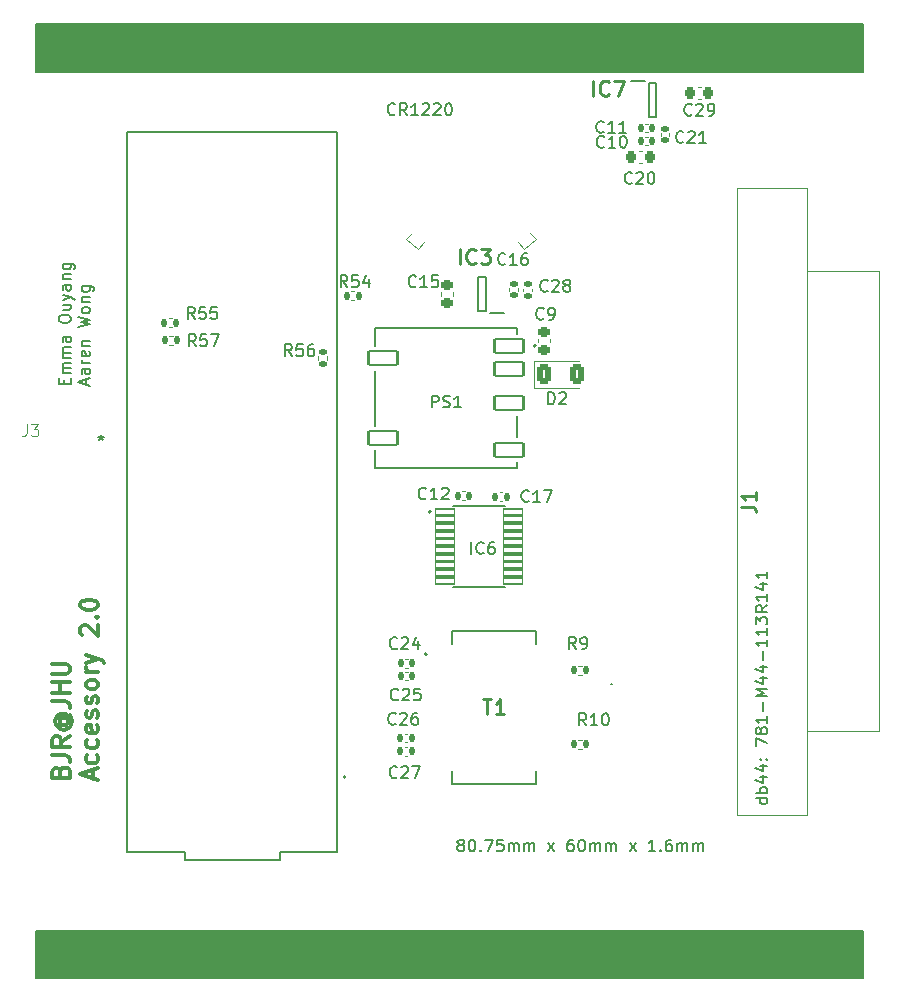
<source format=gto>
G04 #@! TF.GenerationSoftware,KiCad,Pcbnew,7.0.10*
G04 #@! TF.CreationDate,2024-12-23T22:27:09-08:00*
G04 #@! TF.ProjectId,accessory_v2,61636365-7373-46f7-9279-5f76322e6b69,rev?*
G04 #@! TF.SameCoordinates,Original*
G04 #@! TF.FileFunction,Legend,Top*
G04 #@! TF.FilePolarity,Positive*
%FSLAX46Y46*%
G04 Gerber Fmt 4.6, Leading zero omitted, Abs format (unit mm)*
G04 Created by KiCad (PCBNEW 7.0.10) date 2024-12-23 22:27:09*
%MOMM*%
%LPD*%
G01*
G04 APERTURE LIST*
G04 Aperture macros list*
%AMRoundRect*
0 Rectangle with rounded corners*
0 $1 Rounding radius*
0 $2 $3 $4 $5 $6 $7 $8 $9 X,Y pos of 4 corners*
0 Add a 4 corners polygon primitive as box body*
4,1,4,$2,$3,$4,$5,$6,$7,$8,$9,$2,$3,0*
0 Add four circle primitives for the rounded corners*
1,1,$1+$1,$2,$3*
1,1,$1+$1,$4,$5*
1,1,$1+$1,$6,$7*
1,1,$1+$1,$8,$9*
0 Add four rect primitives between the rounded corners*
20,1,$1+$1,$2,$3,$4,$5,0*
20,1,$1+$1,$4,$5,$6,$7,0*
20,1,$1+$1,$6,$7,$8,$9,0*
20,1,$1+$1,$8,$9,$2,$3,0*%
G04 Aperture macros list end*
%ADD10C,0.150000*%
%ADD11C,0.300000*%
%ADD12C,0.254000*%
%ADD13C,0.100000*%
%ADD14C,0.120000*%
%ADD15C,0.200000*%
%ADD16C,0.127000*%
%ADD17RoundRect,0.140000X0.140000X0.170000X-0.140000X0.170000X-0.140000X-0.170000X0.140000X-0.170000X0*%
%ADD18RoundRect,0.140000X-0.170000X0.140000X-0.170000X-0.140000X0.170000X-0.140000X0.170000X0.140000X0*%
%ADD19C,1.638000*%
%ADD20C,4.801000*%
%ADD21RoundRect,0.076750X-0.810250X-0.230250X0.810250X-0.230250X0.810250X0.230250X-0.810250X0.230250X0*%
%ADD22R,1.200000X0.600000*%
%ADD23R,3.960000X3.960000*%
%ADD24R,2.540000X3.170000*%
%ADD25RoundRect,0.135000X-0.135000X-0.185000X0.135000X-0.185000X0.135000X0.185000X-0.135000X0.185000X0*%
%ADD26RoundRect,0.102000X-1.220000X-0.600000X1.220000X-0.600000X1.220000X0.600000X-1.220000X0.600000X0*%
%ADD27RoundRect,0.225000X0.250000X-0.225000X0.250000X0.225000X-0.250000X0.225000X-0.250000X-0.225000X0*%
%ADD28RoundRect,0.225000X0.225000X0.250000X-0.225000X0.250000X-0.225000X-0.250000X0.225000X-0.250000X0*%
%ADD29RoundRect,0.140000X-0.140000X-0.170000X0.140000X-0.170000X0.140000X0.170000X-0.140000X0.170000X0*%
%ADD30R,1.910000X0.640000*%
%ADD31R,5.200000X1.250000*%
%ADD32RoundRect,0.225000X-0.225000X-0.250000X0.225000X-0.250000X0.225000X0.250000X-0.225000X0.250000X0*%
%ADD33C,2.004000*%
%ADD34C,1.204000*%
%ADD35C,1.554000*%
%ADD36RoundRect,0.250000X-0.375000X-0.625000X0.375000X-0.625000X0.375000X0.625000X-0.375000X0.625000X0*%
%ADD37RoundRect,0.135000X-0.185000X0.135000X-0.185000X-0.135000X0.185000X-0.135000X0.185000X0.135000X0*%
G04 APERTURE END LIST*
D10*
X0Y0D02*
X70000000Y0D01*
X70000000Y-4000000D01*
X0Y-4000000D01*
X0Y0D01*
G36*
X0Y0D02*
G01*
X70000000Y0D01*
X70000000Y-4000000D01*
X0Y-4000000D01*
X0Y0D01*
G37*
X0Y-76750000D02*
X70000000Y-76750000D01*
X70000000Y-80750000D01*
X0Y-80750000D01*
X0Y-76750000D01*
G36*
X0Y-76750000D02*
G01*
X70000000Y-76750000D01*
X70000000Y-80750000D01*
X0Y-80750000D01*
X0Y-76750000D01*
G37*
X61899819Y-65514649D02*
X60899819Y-65514649D01*
X61852200Y-65514649D02*
X61899819Y-65609887D01*
X61899819Y-65609887D02*
X61899819Y-65800363D01*
X61899819Y-65800363D02*
X61852200Y-65895601D01*
X61852200Y-65895601D02*
X61804580Y-65943220D01*
X61804580Y-65943220D02*
X61709342Y-65990839D01*
X61709342Y-65990839D02*
X61423628Y-65990839D01*
X61423628Y-65990839D02*
X61328390Y-65943220D01*
X61328390Y-65943220D02*
X61280771Y-65895601D01*
X61280771Y-65895601D02*
X61233152Y-65800363D01*
X61233152Y-65800363D02*
X61233152Y-65609887D01*
X61233152Y-65609887D02*
X61280771Y-65514649D01*
X61899819Y-65038458D02*
X60899819Y-65038458D01*
X61280771Y-65038458D02*
X61233152Y-64943220D01*
X61233152Y-64943220D02*
X61233152Y-64752744D01*
X61233152Y-64752744D02*
X61280771Y-64657506D01*
X61280771Y-64657506D02*
X61328390Y-64609887D01*
X61328390Y-64609887D02*
X61423628Y-64562268D01*
X61423628Y-64562268D02*
X61709342Y-64562268D01*
X61709342Y-64562268D02*
X61804580Y-64609887D01*
X61804580Y-64609887D02*
X61852200Y-64657506D01*
X61852200Y-64657506D02*
X61899819Y-64752744D01*
X61899819Y-64752744D02*
X61899819Y-64943220D01*
X61899819Y-64943220D02*
X61852200Y-65038458D01*
X61233152Y-63705125D02*
X61899819Y-63705125D01*
X60852200Y-63943220D02*
X61566485Y-64181315D01*
X61566485Y-64181315D02*
X61566485Y-63562268D01*
X61233152Y-62752744D02*
X61899819Y-62752744D01*
X60852200Y-62990839D02*
X61566485Y-63228934D01*
X61566485Y-63228934D02*
X61566485Y-62609887D01*
X61804580Y-62228934D02*
X61852200Y-62181315D01*
X61852200Y-62181315D02*
X61899819Y-62228934D01*
X61899819Y-62228934D02*
X61852200Y-62276553D01*
X61852200Y-62276553D02*
X61804580Y-62228934D01*
X61804580Y-62228934D02*
X61899819Y-62228934D01*
X61280771Y-62228934D02*
X61328390Y-62181315D01*
X61328390Y-62181315D02*
X61376009Y-62228934D01*
X61376009Y-62228934D02*
X61328390Y-62276553D01*
X61328390Y-62276553D02*
X61280771Y-62228934D01*
X61280771Y-62228934D02*
X61376009Y-62228934D01*
X60899819Y-61086077D02*
X60899819Y-60419411D01*
X60899819Y-60419411D02*
X61899819Y-60847982D01*
X61328390Y-59895601D02*
X61280771Y-59990839D01*
X61280771Y-59990839D02*
X61233152Y-60038458D01*
X61233152Y-60038458D02*
X61137914Y-60086077D01*
X61137914Y-60086077D02*
X61090295Y-60086077D01*
X61090295Y-60086077D02*
X60995057Y-60038458D01*
X60995057Y-60038458D02*
X60947438Y-59990839D01*
X60947438Y-59990839D02*
X60899819Y-59895601D01*
X60899819Y-59895601D02*
X60899819Y-59705125D01*
X60899819Y-59705125D02*
X60947438Y-59609887D01*
X60947438Y-59609887D02*
X60995057Y-59562268D01*
X60995057Y-59562268D02*
X61090295Y-59514649D01*
X61090295Y-59514649D02*
X61137914Y-59514649D01*
X61137914Y-59514649D02*
X61233152Y-59562268D01*
X61233152Y-59562268D02*
X61280771Y-59609887D01*
X61280771Y-59609887D02*
X61328390Y-59705125D01*
X61328390Y-59705125D02*
X61328390Y-59895601D01*
X61328390Y-59895601D02*
X61376009Y-59990839D01*
X61376009Y-59990839D02*
X61423628Y-60038458D01*
X61423628Y-60038458D02*
X61518866Y-60086077D01*
X61518866Y-60086077D02*
X61709342Y-60086077D01*
X61709342Y-60086077D02*
X61804580Y-60038458D01*
X61804580Y-60038458D02*
X61852200Y-59990839D01*
X61852200Y-59990839D02*
X61899819Y-59895601D01*
X61899819Y-59895601D02*
X61899819Y-59705125D01*
X61899819Y-59705125D02*
X61852200Y-59609887D01*
X61852200Y-59609887D02*
X61804580Y-59562268D01*
X61804580Y-59562268D02*
X61709342Y-59514649D01*
X61709342Y-59514649D02*
X61518866Y-59514649D01*
X61518866Y-59514649D02*
X61423628Y-59562268D01*
X61423628Y-59562268D02*
X61376009Y-59609887D01*
X61376009Y-59609887D02*
X61328390Y-59705125D01*
X61899819Y-58562268D02*
X61899819Y-59133696D01*
X61899819Y-58847982D02*
X60899819Y-58847982D01*
X60899819Y-58847982D02*
X61042676Y-58943220D01*
X61042676Y-58943220D02*
X61137914Y-59038458D01*
X61137914Y-59038458D02*
X61185533Y-59133696D01*
X61518866Y-58133696D02*
X61518866Y-57371792D01*
X61899819Y-56895601D02*
X60899819Y-56895601D01*
X60899819Y-56895601D02*
X61614104Y-56562268D01*
X61614104Y-56562268D02*
X60899819Y-56228935D01*
X60899819Y-56228935D02*
X61899819Y-56228935D01*
X61233152Y-55324173D02*
X61899819Y-55324173D01*
X60852200Y-55562268D02*
X61566485Y-55800363D01*
X61566485Y-55800363D02*
X61566485Y-55181316D01*
X61233152Y-54371792D02*
X61899819Y-54371792D01*
X60852200Y-54609887D02*
X61566485Y-54847982D01*
X61566485Y-54847982D02*
X61566485Y-54228935D01*
X61518866Y-53847982D02*
X61518866Y-53086078D01*
X61899819Y-52086078D02*
X61899819Y-52657506D01*
X61899819Y-52371792D02*
X60899819Y-52371792D01*
X60899819Y-52371792D02*
X61042676Y-52467030D01*
X61042676Y-52467030D02*
X61137914Y-52562268D01*
X61137914Y-52562268D02*
X61185533Y-52657506D01*
X61899819Y-51133697D02*
X61899819Y-51705125D01*
X61899819Y-51419411D02*
X60899819Y-51419411D01*
X60899819Y-51419411D02*
X61042676Y-51514649D01*
X61042676Y-51514649D02*
X61137914Y-51609887D01*
X61137914Y-51609887D02*
X61185533Y-51705125D01*
X60899819Y-50800363D02*
X60899819Y-50181316D01*
X60899819Y-50181316D02*
X61280771Y-50514649D01*
X61280771Y-50514649D02*
X61280771Y-50371792D01*
X61280771Y-50371792D02*
X61328390Y-50276554D01*
X61328390Y-50276554D02*
X61376009Y-50228935D01*
X61376009Y-50228935D02*
X61471247Y-50181316D01*
X61471247Y-50181316D02*
X61709342Y-50181316D01*
X61709342Y-50181316D02*
X61804580Y-50228935D01*
X61804580Y-50228935D02*
X61852200Y-50276554D01*
X61852200Y-50276554D02*
X61899819Y-50371792D01*
X61899819Y-50371792D02*
X61899819Y-50657506D01*
X61899819Y-50657506D02*
X61852200Y-50752744D01*
X61852200Y-50752744D02*
X61804580Y-50800363D01*
X61899819Y-49181316D02*
X61423628Y-49514649D01*
X61899819Y-49752744D02*
X60899819Y-49752744D01*
X60899819Y-49752744D02*
X60899819Y-49371792D01*
X60899819Y-49371792D02*
X60947438Y-49276554D01*
X60947438Y-49276554D02*
X60995057Y-49228935D01*
X60995057Y-49228935D02*
X61090295Y-49181316D01*
X61090295Y-49181316D02*
X61233152Y-49181316D01*
X61233152Y-49181316D02*
X61328390Y-49228935D01*
X61328390Y-49228935D02*
X61376009Y-49276554D01*
X61376009Y-49276554D02*
X61423628Y-49371792D01*
X61423628Y-49371792D02*
X61423628Y-49752744D01*
X61899819Y-48228935D02*
X61899819Y-48800363D01*
X61899819Y-48514649D02*
X60899819Y-48514649D01*
X60899819Y-48514649D02*
X61042676Y-48609887D01*
X61042676Y-48609887D02*
X61137914Y-48705125D01*
X61137914Y-48705125D02*
X61185533Y-48800363D01*
X61233152Y-47371792D02*
X61899819Y-47371792D01*
X60852200Y-47609887D02*
X61566485Y-47847982D01*
X61566485Y-47847982D02*
X61566485Y-47228935D01*
X61899819Y-46324173D02*
X61899819Y-46895601D01*
X61899819Y-46609887D02*
X60899819Y-46609887D01*
X60899819Y-46609887D02*
X61042676Y-46705125D01*
X61042676Y-46705125D02*
X61137914Y-46800363D01*
X61137914Y-46800363D02*
X61185533Y-46895601D01*
X35849636Y-69438390D02*
X35754398Y-69390771D01*
X35754398Y-69390771D02*
X35706779Y-69343152D01*
X35706779Y-69343152D02*
X35659160Y-69247914D01*
X35659160Y-69247914D02*
X35659160Y-69200295D01*
X35659160Y-69200295D02*
X35706779Y-69105057D01*
X35706779Y-69105057D02*
X35754398Y-69057438D01*
X35754398Y-69057438D02*
X35849636Y-69009819D01*
X35849636Y-69009819D02*
X36040112Y-69009819D01*
X36040112Y-69009819D02*
X36135350Y-69057438D01*
X36135350Y-69057438D02*
X36182969Y-69105057D01*
X36182969Y-69105057D02*
X36230588Y-69200295D01*
X36230588Y-69200295D02*
X36230588Y-69247914D01*
X36230588Y-69247914D02*
X36182969Y-69343152D01*
X36182969Y-69343152D02*
X36135350Y-69390771D01*
X36135350Y-69390771D02*
X36040112Y-69438390D01*
X36040112Y-69438390D02*
X35849636Y-69438390D01*
X35849636Y-69438390D02*
X35754398Y-69486009D01*
X35754398Y-69486009D02*
X35706779Y-69533628D01*
X35706779Y-69533628D02*
X35659160Y-69628866D01*
X35659160Y-69628866D02*
X35659160Y-69819342D01*
X35659160Y-69819342D02*
X35706779Y-69914580D01*
X35706779Y-69914580D02*
X35754398Y-69962200D01*
X35754398Y-69962200D02*
X35849636Y-70009819D01*
X35849636Y-70009819D02*
X36040112Y-70009819D01*
X36040112Y-70009819D02*
X36135350Y-69962200D01*
X36135350Y-69962200D02*
X36182969Y-69914580D01*
X36182969Y-69914580D02*
X36230588Y-69819342D01*
X36230588Y-69819342D02*
X36230588Y-69628866D01*
X36230588Y-69628866D02*
X36182969Y-69533628D01*
X36182969Y-69533628D02*
X36135350Y-69486009D01*
X36135350Y-69486009D02*
X36040112Y-69438390D01*
X36849636Y-69009819D02*
X36944874Y-69009819D01*
X36944874Y-69009819D02*
X37040112Y-69057438D01*
X37040112Y-69057438D02*
X37087731Y-69105057D01*
X37087731Y-69105057D02*
X37135350Y-69200295D01*
X37135350Y-69200295D02*
X37182969Y-69390771D01*
X37182969Y-69390771D02*
X37182969Y-69628866D01*
X37182969Y-69628866D02*
X37135350Y-69819342D01*
X37135350Y-69819342D02*
X37087731Y-69914580D01*
X37087731Y-69914580D02*
X37040112Y-69962200D01*
X37040112Y-69962200D02*
X36944874Y-70009819D01*
X36944874Y-70009819D02*
X36849636Y-70009819D01*
X36849636Y-70009819D02*
X36754398Y-69962200D01*
X36754398Y-69962200D02*
X36706779Y-69914580D01*
X36706779Y-69914580D02*
X36659160Y-69819342D01*
X36659160Y-69819342D02*
X36611541Y-69628866D01*
X36611541Y-69628866D02*
X36611541Y-69390771D01*
X36611541Y-69390771D02*
X36659160Y-69200295D01*
X36659160Y-69200295D02*
X36706779Y-69105057D01*
X36706779Y-69105057D02*
X36754398Y-69057438D01*
X36754398Y-69057438D02*
X36849636Y-69009819D01*
X37611541Y-69914580D02*
X37659160Y-69962200D01*
X37659160Y-69962200D02*
X37611541Y-70009819D01*
X37611541Y-70009819D02*
X37563922Y-69962200D01*
X37563922Y-69962200D02*
X37611541Y-69914580D01*
X37611541Y-69914580D02*
X37611541Y-70009819D01*
X37992493Y-69009819D02*
X38659159Y-69009819D01*
X38659159Y-69009819D02*
X38230588Y-70009819D01*
X39516302Y-69009819D02*
X39040112Y-69009819D01*
X39040112Y-69009819D02*
X38992493Y-69486009D01*
X38992493Y-69486009D02*
X39040112Y-69438390D01*
X39040112Y-69438390D02*
X39135350Y-69390771D01*
X39135350Y-69390771D02*
X39373445Y-69390771D01*
X39373445Y-69390771D02*
X39468683Y-69438390D01*
X39468683Y-69438390D02*
X39516302Y-69486009D01*
X39516302Y-69486009D02*
X39563921Y-69581247D01*
X39563921Y-69581247D02*
X39563921Y-69819342D01*
X39563921Y-69819342D02*
X39516302Y-69914580D01*
X39516302Y-69914580D02*
X39468683Y-69962200D01*
X39468683Y-69962200D02*
X39373445Y-70009819D01*
X39373445Y-70009819D02*
X39135350Y-70009819D01*
X39135350Y-70009819D02*
X39040112Y-69962200D01*
X39040112Y-69962200D02*
X38992493Y-69914580D01*
X39992493Y-70009819D02*
X39992493Y-69343152D01*
X39992493Y-69438390D02*
X40040112Y-69390771D01*
X40040112Y-69390771D02*
X40135350Y-69343152D01*
X40135350Y-69343152D02*
X40278207Y-69343152D01*
X40278207Y-69343152D02*
X40373445Y-69390771D01*
X40373445Y-69390771D02*
X40421064Y-69486009D01*
X40421064Y-69486009D02*
X40421064Y-70009819D01*
X40421064Y-69486009D02*
X40468683Y-69390771D01*
X40468683Y-69390771D02*
X40563921Y-69343152D01*
X40563921Y-69343152D02*
X40706778Y-69343152D01*
X40706778Y-69343152D02*
X40802017Y-69390771D01*
X40802017Y-69390771D02*
X40849636Y-69486009D01*
X40849636Y-69486009D02*
X40849636Y-70009819D01*
X41325826Y-70009819D02*
X41325826Y-69343152D01*
X41325826Y-69438390D02*
X41373445Y-69390771D01*
X41373445Y-69390771D02*
X41468683Y-69343152D01*
X41468683Y-69343152D02*
X41611540Y-69343152D01*
X41611540Y-69343152D02*
X41706778Y-69390771D01*
X41706778Y-69390771D02*
X41754397Y-69486009D01*
X41754397Y-69486009D02*
X41754397Y-70009819D01*
X41754397Y-69486009D02*
X41802016Y-69390771D01*
X41802016Y-69390771D02*
X41897254Y-69343152D01*
X41897254Y-69343152D02*
X42040111Y-69343152D01*
X42040111Y-69343152D02*
X42135350Y-69390771D01*
X42135350Y-69390771D02*
X42182969Y-69486009D01*
X42182969Y-69486009D02*
X42182969Y-70009819D01*
X43325826Y-70009819D02*
X43849635Y-69343152D01*
X43325826Y-69343152D02*
X43849635Y-70009819D01*
X45421064Y-69009819D02*
X45230588Y-69009819D01*
X45230588Y-69009819D02*
X45135350Y-69057438D01*
X45135350Y-69057438D02*
X45087731Y-69105057D01*
X45087731Y-69105057D02*
X44992493Y-69247914D01*
X44992493Y-69247914D02*
X44944874Y-69438390D01*
X44944874Y-69438390D02*
X44944874Y-69819342D01*
X44944874Y-69819342D02*
X44992493Y-69914580D01*
X44992493Y-69914580D02*
X45040112Y-69962200D01*
X45040112Y-69962200D02*
X45135350Y-70009819D01*
X45135350Y-70009819D02*
X45325826Y-70009819D01*
X45325826Y-70009819D02*
X45421064Y-69962200D01*
X45421064Y-69962200D02*
X45468683Y-69914580D01*
X45468683Y-69914580D02*
X45516302Y-69819342D01*
X45516302Y-69819342D02*
X45516302Y-69581247D01*
X45516302Y-69581247D02*
X45468683Y-69486009D01*
X45468683Y-69486009D02*
X45421064Y-69438390D01*
X45421064Y-69438390D02*
X45325826Y-69390771D01*
X45325826Y-69390771D02*
X45135350Y-69390771D01*
X45135350Y-69390771D02*
X45040112Y-69438390D01*
X45040112Y-69438390D02*
X44992493Y-69486009D01*
X44992493Y-69486009D02*
X44944874Y-69581247D01*
X46135350Y-69009819D02*
X46230588Y-69009819D01*
X46230588Y-69009819D02*
X46325826Y-69057438D01*
X46325826Y-69057438D02*
X46373445Y-69105057D01*
X46373445Y-69105057D02*
X46421064Y-69200295D01*
X46421064Y-69200295D02*
X46468683Y-69390771D01*
X46468683Y-69390771D02*
X46468683Y-69628866D01*
X46468683Y-69628866D02*
X46421064Y-69819342D01*
X46421064Y-69819342D02*
X46373445Y-69914580D01*
X46373445Y-69914580D02*
X46325826Y-69962200D01*
X46325826Y-69962200D02*
X46230588Y-70009819D01*
X46230588Y-70009819D02*
X46135350Y-70009819D01*
X46135350Y-70009819D02*
X46040112Y-69962200D01*
X46040112Y-69962200D02*
X45992493Y-69914580D01*
X45992493Y-69914580D02*
X45944874Y-69819342D01*
X45944874Y-69819342D02*
X45897255Y-69628866D01*
X45897255Y-69628866D02*
X45897255Y-69390771D01*
X45897255Y-69390771D02*
X45944874Y-69200295D01*
X45944874Y-69200295D02*
X45992493Y-69105057D01*
X45992493Y-69105057D02*
X46040112Y-69057438D01*
X46040112Y-69057438D02*
X46135350Y-69009819D01*
X46897255Y-70009819D02*
X46897255Y-69343152D01*
X46897255Y-69438390D02*
X46944874Y-69390771D01*
X46944874Y-69390771D02*
X47040112Y-69343152D01*
X47040112Y-69343152D02*
X47182969Y-69343152D01*
X47182969Y-69343152D02*
X47278207Y-69390771D01*
X47278207Y-69390771D02*
X47325826Y-69486009D01*
X47325826Y-69486009D02*
X47325826Y-70009819D01*
X47325826Y-69486009D02*
X47373445Y-69390771D01*
X47373445Y-69390771D02*
X47468683Y-69343152D01*
X47468683Y-69343152D02*
X47611540Y-69343152D01*
X47611540Y-69343152D02*
X47706779Y-69390771D01*
X47706779Y-69390771D02*
X47754398Y-69486009D01*
X47754398Y-69486009D02*
X47754398Y-70009819D01*
X48230588Y-70009819D02*
X48230588Y-69343152D01*
X48230588Y-69438390D02*
X48278207Y-69390771D01*
X48278207Y-69390771D02*
X48373445Y-69343152D01*
X48373445Y-69343152D02*
X48516302Y-69343152D01*
X48516302Y-69343152D02*
X48611540Y-69390771D01*
X48611540Y-69390771D02*
X48659159Y-69486009D01*
X48659159Y-69486009D02*
X48659159Y-70009819D01*
X48659159Y-69486009D02*
X48706778Y-69390771D01*
X48706778Y-69390771D02*
X48802016Y-69343152D01*
X48802016Y-69343152D02*
X48944873Y-69343152D01*
X48944873Y-69343152D02*
X49040112Y-69390771D01*
X49040112Y-69390771D02*
X49087731Y-69486009D01*
X49087731Y-69486009D02*
X49087731Y-70009819D01*
X50230588Y-70009819D02*
X50754397Y-69343152D01*
X50230588Y-69343152D02*
X50754397Y-70009819D01*
X52421064Y-70009819D02*
X51849636Y-70009819D01*
X52135350Y-70009819D02*
X52135350Y-69009819D01*
X52135350Y-69009819D02*
X52040112Y-69152676D01*
X52040112Y-69152676D02*
X51944874Y-69247914D01*
X51944874Y-69247914D02*
X51849636Y-69295533D01*
X52849636Y-69914580D02*
X52897255Y-69962200D01*
X52897255Y-69962200D02*
X52849636Y-70009819D01*
X52849636Y-70009819D02*
X52802017Y-69962200D01*
X52802017Y-69962200D02*
X52849636Y-69914580D01*
X52849636Y-69914580D02*
X52849636Y-70009819D01*
X53754397Y-69009819D02*
X53563921Y-69009819D01*
X53563921Y-69009819D02*
X53468683Y-69057438D01*
X53468683Y-69057438D02*
X53421064Y-69105057D01*
X53421064Y-69105057D02*
X53325826Y-69247914D01*
X53325826Y-69247914D02*
X53278207Y-69438390D01*
X53278207Y-69438390D02*
X53278207Y-69819342D01*
X53278207Y-69819342D02*
X53325826Y-69914580D01*
X53325826Y-69914580D02*
X53373445Y-69962200D01*
X53373445Y-69962200D02*
X53468683Y-70009819D01*
X53468683Y-70009819D02*
X53659159Y-70009819D01*
X53659159Y-70009819D02*
X53754397Y-69962200D01*
X53754397Y-69962200D02*
X53802016Y-69914580D01*
X53802016Y-69914580D02*
X53849635Y-69819342D01*
X53849635Y-69819342D02*
X53849635Y-69581247D01*
X53849635Y-69581247D02*
X53802016Y-69486009D01*
X53802016Y-69486009D02*
X53754397Y-69438390D01*
X53754397Y-69438390D02*
X53659159Y-69390771D01*
X53659159Y-69390771D02*
X53468683Y-69390771D01*
X53468683Y-69390771D02*
X53373445Y-69438390D01*
X53373445Y-69438390D02*
X53325826Y-69486009D01*
X53325826Y-69486009D02*
X53278207Y-69581247D01*
X54278207Y-70009819D02*
X54278207Y-69343152D01*
X54278207Y-69438390D02*
X54325826Y-69390771D01*
X54325826Y-69390771D02*
X54421064Y-69343152D01*
X54421064Y-69343152D02*
X54563921Y-69343152D01*
X54563921Y-69343152D02*
X54659159Y-69390771D01*
X54659159Y-69390771D02*
X54706778Y-69486009D01*
X54706778Y-69486009D02*
X54706778Y-70009819D01*
X54706778Y-69486009D02*
X54754397Y-69390771D01*
X54754397Y-69390771D02*
X54849635Y-69343152D01*
X54849635Y-69343152D02*
X54992492Y-69343152D01*
X54992492Y-69343152D02*
X55087731Y-69390771D01*
X55087731Y-69390771D02*
X55135350Y-69486009D01*
X55135350Y-69486009D02*
X55135350Y-70009819D01*
X55611540Y-70009819D02*
X55611540Y-69343152D01*
X55611540Y-69438390D02*
X55659159Y-69390771D01*
X55659159Y-69390771D02*
X55754397Y-69343152D01*
X55754397Y-69343152D02*
X55897254Y-69343152D01*
X55897254Y-69343152D02*
X55992492Y-69390771D01*
X55992492Y-69390771D02*
X56040111Y-69486009D01*
X56040111Y-69486009D02*
X56040111Y-70009819D01*
X56040111Y-69486009D02*
X56087730Y-69390771D01*
X56087730Y-69390771D02*
X56182968Y-69343152D01*
X56182968Y-69343152D02*
X56325825Y-69343152D01*
X56325825Y-69343152D02*
X56421064Y-69390771D01*
X56421064Y-69390771D02*
X56468683Y-69486009D01*
X56468683Y-69486009D02*
X56468683Y-70009819D01*
D11*
X2040114Y-63275489D02*
X2111542Y-63061203D01*
X2111542Y-63061203D02*
X2182971Y-62989774D01*
X2182971Y-62989774D02*
X2325828Y-62918346D01*
X2325828Y-62918346D02*
X2540114Y-62918346D01*
X2540114Y-62918346D02*
X2682971Y-62989774D01*
X2682971Y-62989774D02*
X2754400Y-63061203D01*
X2754400Y-63061203D02*
X2825828Y-63204060D01*
X2825828Y-63204060D02*
X2825828Y-63775489D01*
X2825828Y-63775489D02*
X1325828Y-63775489D01*
X1325828Y-63775489D02*
X1325828Y-63275489D01*
X1325828Y-63275489D02*
X1397257Y-63132632D01*
X1397257Y-63132632D02*
X1468685Y-63061203D01*
X1468685Y-63061203D02*
X1611542Y-62989774D01*
X1611542Y-62989774D02*
X1754400Y-62989774D01*
X1754400Y-62989774D02*
X1897257Y-63061203D01*
X1897257Y-63061203D02*
X1968685Y-63132632D01*
X1968685Y-63132632D02*
X2040114Y-63275489D01*
X2040114Y-63275489D02*
X2040114Y-63775489D01*
X1325828Y-61846917D02*
X2397257Y-61846917D01*
X2397257Y-61846917D02*
X2611542Y-61918346D01*
X2611542Y-61918346D02*
X2754400Y-62061203D01*
X2754400Y-62061203D02*
X2825828Y-62275489D01*
X2825828Y-62275489D02*
X2825828Y-62418346D01*
X2825828Y-60275489D02*
X2111542Y-60775489D01*
X2825828Y-61132632D02*
X1325828Y-61132632D01*
X1325828Y-61132632D02*
X1325828Y-60561203D01*
X1325828Y-60561203D02*
X1397257Y-60418346D01*
X1397257Y-60418346D02*
X1468685Y-60346917D01*
X1468685Y-60346917D02*
X1611542Y-60275489D01*
X1611542Y-60275489D02*
X1825828Y-60275489D01*
X1825828Y-60275489D02*
X1968685Y-60346917D01*
X1968685Y-60346917D02*
X2040114Y-60418346D01*
X2040114Y-60418346D02*
X2111542Y-60561203D01*
X2111542Y-60561203D02*
X2111542Y-61132632D01*
X2111542Y-58704060D02*
X2040114Y-58775489D01*
X2040114Y-58775489D02*
X1968685Y-58918346D01*
X1968685Y-58918346D02*
X1968685Y-59061203D01*
X1968685Y-59061203D02*
X2040114Y-59204060D01*
X2040114Y-59204060D02*
X2111542Y-59275489D01*
X2111542Y-59275489D02*
X2254400Y-59346917D01*
X2254400Y-59346917D02*
X2397257Y-59346917D01*
X2397257Y-59346917D02*
X2540114Y-59275489D01*
X2540114Y-59275489D02*
X2611542Y-59204060D01*
X2611542Y-59204060D02*
X2682971Y-59061203D01*
X2682971Y-59061203D02*
X2682971Y-58918346D01*
X2682971Y-58918346D02*
X2611542Y-58775489D01*
X2611542Y-58775489D02*
X2540114Y-58704060D01*
X1968685Y-58704060D02*
X2540114Y-58704060D01*
X2540114Y-58704060D02*
X2611542Y-58632632D01*
X2611542Y-58632632D02*
X2611542Y-58561203D01*
X2611542Y-58561203D02*
X2540114Y-58418346D01*
X2540114Y-58418346D02*
X2397257Y-58346917D01*
X2397257Y-58346917D02*
X2040114Y-58346917D01*
X2040114Y-58346917D02*
X1825828Y-58489775D01*
X1825828Y-58489775D02*
X1682971Y-58704060D01*
X1682971Y-58704060D02*
X1611542Y-58989775D01*
X1611542Y-58989775D02*
X1682971Y-59275489D01*
X1682971Y-59275489D02*
X1825828Y-59489775D01*
X1825828Y-59489775D02*
X2040114Y-59632632D01*
X2040114Y-59632632D02*
X2325828Y-59704060D01*
X2325828Y-59704060D02*
X2611542Y-59632632D01*
X2611542Y-59632632D02*
X2825828Y-59489775D01*
X2825828Y-59489775D02*
X2968685Y-59275489D01*
X2968685Y-59275489D02*
X3040114Y-58989775D01*
X3040114Y-58989775D02*
X2968685Y-58704060D01*
X2968685Y-58704060D02*
X2825828Y-58489775D01*
X1325828Y-57275489D02*
X2397257Y-57275489D01*
X2397257Y-57275489D02*
X2611542Y-57346918D01*
X2611542Y-57346918D02*
X2754400Y-57489775D01*
X2754400Y-57489775D02*
X2825828Y-57704061D01*
X2825828Y-57704061D02*
X2825828Y-57846918D01*
X2825828Y-56561204D02*
X1325828Y-56561204D01*
X2040114Y-56561204D02*
X2040114Y-55704061D01*
X2825828Y-55704061D02*
X1325828Y-55704061D01*
X1325828Y-54989775D02*
X2540114Y-54989775D01*
X2540114Y-54989775D02*
X2682971Y-54918346D01*
X2682971Y-54918346D02*
X2754400Y-54846918D01*
X2754400Y-54846918D02*
X2825828Y-54704060D01*
X2825828Y-54704060D02*
X2825828Y-54418346D01*
X2825828Y-54418346D02*
X2754400Y-54275489D01*
X2754400Y-54275489D02*
X2682971Y-54204060D01*
X2682971Y-54204060D02*
X2540114Y-54132632D01*
X2540114Y-54132632D02*
X1325828Y-54132632D01*
X4812257Y-63846917D02*
X4812257Y-63132632D01*
X5240828Y-63989774D02*
X3740828Y-63489774D01*
X3740828Y-63489774D02*
X5240828Y-62989774D01*
X5169400Y-61846918D02*
X5240828Y-61989775D01*
X5240828Y-61989775D02*
X5240828Y-62275489D01*
X5240828Y-62275489D02*
X5169400Y-62418346D01*
X5169400Y-62418346D02*
X5097971Y-62489775D01*
X5097971Y-62489775D02*
X4955114Y-62561203D01*
X4955114Y-62561203D02*
X4526542Y-62561203D01*
X4526542Y-62561203D02*
X4383685Y-62489775D01*
X4383685Y-62489775D02*
X4312257Y-62418346D01*
X4312257Y-62418346D02*
X4240828Y-62275489D01*
X4240828Y-62275489D02*
X4240828Y-61989775D01*
X4240828Y-61989775D02*
X4312257Y-61846918D01*
X5169400Y-60561204D02*
X5240828Y-60704061D01*
X5240828Y-60704061D02*
X5240828Y-60989775D01*
X5240828Y-60989775D02*
X5169400Y-61132632D01*
X5169400Y-61132632D02*
X5097971Y-61204061D01*
X5097971Y-61204061D02*
X4955114Y-61275489D01*
X4955114Y-61275489D02*
X4526542Y-61275489D01*
X4526542Y-61275489D02*
X4383685Y-61204061D01*
X4383685Y-61204061D02*
X4312257Y-61132632D01*
X4312257Y-61132632D02*
X4240828Y-60989775D01*
X4240828Y-60989775D02*
X4240828Y-60704061D01*
X4240828Y-60704061D02*
X4312257Y-60561204D01*
X5169400Y-59346918D02*
X5240828Y-59489775D01*
X5240828Y-59489775D02*
X5240828Y-59775490D01*
X5240828Y-59775490D02*
X5169400Y-59918347D01*
X5169400Y-59918347D02*
X5026542Y-59989775D01*
X5026542Y-59989775D02*
X4455114Y-59989775D01*
X4455114Y-59989775D02*
X4312257Y-59918347D01*
X4312257Y-59918347D02*
X4240828Y-59775490D01*
X4240828Y-59775490D02*
X4240828Y-59489775D01*
X4240828Y-59489775D02*
X4312257Y-59346918D01*
X4312257Y-59346918D02*
X4455114Y-59275490D01*
X4455114Y-59275490D02*
X4597971Y-59275490D01*
X4597971Y-59275490D02*
X4740828Y-59989775D01*
X5169400Y-58704061D02*
X5240828Y-58561204D01*
X5240828Y-58561204D02*
X5240828Y-58275490D01*
X5240828Y-58275490D02*
X5169400Y-58132633D01*
X5169400Y-58132633D02*
X5026542Y-58061204D01*
X5026542Y-58061204D02*
X4955114Y-58061204D01*
X4955114Y-58061204D02*
X4812257Y-58132633D01*
X4812257Y-58132633D02*
X4740828Y-58275490D01*
X4740828Y-58275490D02*
X4740828Y-58489776D01*
X4740828Y-58489776D02*
X4669400Y-58632633D01*
X4669400Y-58632633D02*
X4526542Y-58704061D01*
X4526542Y-58704061D02*
X4455114Y-58704061D01*
X4455114Y-58704061D02*
X4312257Y-58632633D01*
X4312257Y-58632633D02*
X4240828Y-58489776D01*
X4240828Y-58489776D02*
X4240828Y-58275490D01*
X4240828Y-58275490D02*
X4312257Y-58132633D01*
X5169400Y-57489775D02*
X5240828Y-57346918D01*
X5240828Y-57346918D02*
X5240828Y-57061204D01*
X5240828Y-57061204D02*
X5169400Y-56918347D01*
X5169400Y-56918347D02*
X5026542Y-56846918D01*
X5026542Y-56846918D02*
X4955114Y-56846918D01*
X4955114Y-56846918D02*
X4812257Y-56918347D01*
X4812257Y-56918347D02*
X4740828Y-57061204D01*
X4740828Y-57061204D02*
X4740828Y-57275490D01*
X4740828Y-57275490D02*
X4669400Y-57418347D01*
X4669400Y-57418347D02*
X4526542Y-57489775D01*
X4526542Y-57489775D02*
X4455114Y-57489775D01*
X4455114Y-57489775D02*
X4312257Y-57418347D01*
X4312257Y-57418347D02*
X4240828Y-57275490D01*
X4240828Y-57275490D02*
X4240828Y-57061204D01*
X4240828Y-57061204D02*
X4312257Y-56918347D01*
X5240828Y-55989775D02*
X5169400Y-56132632D01*
X5169400Y-56132632D02*
X5097971Y-56204061D01*
X5097971Y-56204061D02*
X4955114Y-56275489D01*
X4955114Y-56275489D02*
X4526542Y-56275489D01*
X4526542Y-56275489D02*
X4383685Y-56204061D01*
X4383685Y-56204061D02*
X4312257Y-56132632D01*
X4312257Y-56132632D02*
X4240828Y-55989775D01*
X4240828Y-55989775D02*
X4240828Y-55775489D01*
X4240828Y-55775489D02*
X4312257Y-55632632D01*
X4312257Y-55632632D02*
X4383685Y-55561204D01*
X4383685Y-55561204D02*
X4526542Y-55489775D01*
X4526542Y-55489775D02*
X4955114Y-55489775D01*
X4955114Y-55489775D02*
X5097971Y-55561204D01*
X5097971Y-55561204D02*
X5169400Y-55632632D01*
X5169400Y-55632632D02*
X5240828Y-55775489D01*
X5240828Y-55775489D02*
X5240828Y-55989775D01*
X5240828Y-54846918D02*
X4240828Y-54846918D01*
X4526542Y-54846918D02*
X4383685Y-54775489D01*
X4383685Y-54775489D02*
X4312257Y-54704061D01*
X4312257Y-54704061D02*
X4240828Y-54561203D01*
X4240828Y-54561203D02*
X4240828Y-54418346D01*
X4240828Y-54061204D02*
X5240828Y-53704061D01*
X4240828Y-53346918D02*
X5240828Y-53704061D01*
X5240828Y-53704061D02*
X5597971Y-53846918D01*
X5597971Y-53846918D02*
X5669400Y-53918347D01*
X5669400Y-53918347D02*
X5740828Y-54061204D01*
X3883685Y-51704061D02*
X3812257Y-51632633D01*
X3812257Y-51632633D02*
X3740828Y-51489776D01*
X3740828Y-51489776D02*
X3740828Y-51132633D01*
X3740828Y-51132633D02*
X3812257Y-50989776D01*
X3812257Y-50989776D02*
X3883685Y-50918347D01*
X3883685Y-50918347D02*
X4026542Y-50846918D01*
X4026542Y-50846918D02*
X4169400Y-50846918D01*
X4169400Y-50846918D02*
X4383685Y-50918347D01*
X4383685Y-50918347D02*
X5240828Y-51775490D01*
X5240828Y-51775490D02*
X5240828Y-50846918D01*
X5097971Y-50204062D02*
X5169400Y-50132633D01*
X5169400Y-50132633D02*
X5240828Y-50204062D01*
X5240828Y-50204062D02*
X5169400Y-50275490D01*
X5169400Y-50275490D02*
X5097971Y-50204062D01*
X5097971Y-50204062D02*
X5240828Y-50204062D01*
X3740828Y-49204061D02*
X3740828Y-49061204D01*
X3740828Y-49061204D02*
X3812257Y-48918347D01*
X3812257Y-48918347D02*
X3883685Y-48846919D01*
X3883685Y-48846919D02*
X4026542Y-48775490D01*
X4026542Y-48775490D02*
X4312257Y-48704061D01*
X4312257Y-48704061D02*
X4669400Y-48704061D01*
X4669400Y-48704061D02*
X4955114Y-48775490D01*
X4955114Y-48775490D02*
X5097971Y-48846919D01*
X5097971Y-48846919D02*
X5169400Y-48918347D01*
X5169400Y-48918347D02*
X5240828Y-49061204D01*
X5240828Y-49061204D02*
X5240828Y-49204061D01*
X5240828Y-49204061D02*
X5169400Y-49346919D01*
X5169400Y-49346919D02*
X5097971Y-49418347D01*
X5097971Y-49418347D02*
X4955114Y-49489776D01*
X4955114Y-49489776D02*
X4669400Y-49561204D01*
X4669400Y-49561204D02*
X4312257Y-49561204D01*
X4312257Y-49561204D02*
X4026542Y-49489776D01*
X4026542Y-49489776D02*
X3883685Y-49418347D01*
X3883685Y-49418347D02*
X3812257Y-49346919D01*
X3812257Y-49346919D02*
X3740828Y-49204061D01*
D10*
X2386009Y-30443220D02*
X2386009Y-30109887D01*
X2909819Y-29967030D02*
X2909819Y-30443220D01*
X2909819Y-30443220D02*
X1909819Y-30443220D01*
X1909819Y-30443220D02*
X1909819Y-29967030D01*
X2909819Y-29538458D02*
X2243152Y-29538458D01*
X2338390Y-29538458D02*
X2290771Y-29490839D01*
X2290771Y-29490839D02*
X2243152Y-29395601D01*
X2243152Y-29395601D02*
X2243152Y-29252744D01*
X2243152Y-29252744D02*
X2290771Y-29157506D01*
X2290771Y-29157506D02*
X2386009Y-29109887D01*
X2386009Y-29109887D02*
X2909819Y-29109887D01*
X2386009Y-29109887D02*
X2290771Y-29062268D01*
X2290771Y-29062268D02*
X2243152Y-28967030D01*
X2243152Y-28967030D02*
X2243152Y-28824173D01*
X2243152Y-28824173D02*
X2290771Y-28728934D01*
X2290771Y-28728934D02*
X2386009Y-28681315D01*
X2386009Y-28681315D02*
X2909819Y-28681315D01*
X2909819Y-28205125D02*
X2243152Y-28205125D01*
X2338390Y-28205125D02*
X2290771Y-28157506D01*
X2290771Y-28157506D02*
X2243152Y-28062268D01*
X2243152Y-28062268D02*
X2243152Y-27919411D01*
X2243152Y-27919411D02*
X2290771Y-27824173D01*
X2290771Y-27824173D02*
X2386009Y-27776554D01*
X2386009Y-27776554D02*
X2909819Y-27776554D01*
X2386009Y-27776554D02*
X2290771Y-27728935D01*
X2290771Y-27728935D02*
X2243152Y-27633697D01*
X2243152Y-27633697D02*
X2243152Y-27490840D01*
X2243152Y-27490840D02*
X2290771Y-27395601D01*
X2290771Y-27395601D02*
X2386009Y-27347982D01*
X2386009Y-27347982D02*
X2909819Y-27347982D01*
X2909819Y-26443221D02*
X2386009Y-26443221D01*
X2386009Y-26443221D02*
X2290771Y-26490840D01*
X2290771Y-26490840D02*
X2243152Y-26586078D01*
X2243152Y-26586078D02*
X2243152Y-26776554D01*
X2243152Y-26776554D02*
X2290771Y-26871792D01*
X2862200Y-26443221D02*
X2909819Y-26538459D01*
X2909819Y-26538459D02*
X2909819Y-26776554D01*
X2909819Y-26776554D02*
X2862200Y-26871792D01*
X2862200Y-26871792D02*
X2766961Y-26919411D01*
X2766961Y-26919411D02*
X2671723Y-26919411D01*
X2671723Y-26919411D02*
X2576485Y-26871792D01*
X2576485Y-26871792D02*
X2528866Y-26776554D01*
X2528866Y-26776554D02*
X2528866Y-26538459D01*
X2528866Y-26538459D02*
X2481247Y-26443221D01*
X1909819Y-25014649D02*
X1909819Y-24824173D01*
X1909819Y-24824173D02*
X1957438Y-24728935D01*
X1957438Y-24728935D02*
X2052676Y-24633697D01*
X2052676Y-24633697D02*
X2243152Y-24586078D01*
X2243152Y-24586078D02*
X2576485Y-24586078D01*
X2576485Y-24586078D02*
X2766961Y-24633697D01*
X2766961Y-24633697D02*
X2862200Y-24728935D01*
X2862200Y-24728935D02*
X2909819Y-24824173D01*
X2909819Y-24824173D02*
X2909819Y-25014649D01*
X2909819Y-25014649D02*
X2862200Y-25109887D01*
X2862200Y-25109887D02*
X2766961Y-25205125D01*
X2766961Y-25205125D02*
X2576485Y-25252744D01*
X2576485Y-25252744D02*
X2243152Y-25252744D01*
X2243152Y-25252744D02*
X2052676Y-25205125D01*
X2052676Y-25205125D02*
X1957438Y-25109887D01*
X1957438Y-25109887D02*
X1909819Y-25014649D01*
X2243152Y-23728935D02*
X2909819Y-23728935D01*
X2243152Y-24157506D02*
X2766961Y-24157506D01*
X2766961Y-24157506D02*
X2862200Y-24109887D01*
X2862200Y-24109887D02*
X2909819Y-24014649D01*
X2909819Y-24014649D02*
X2909819Y-23871792D01*
X2909819Y-23871792D02*
X2862200Y-23776554D01*
X2862200Y-23776554D02*
X2814580Y-23728935D01*
X2243152Y-23347982D02*
X2909819Y-23109887D01*
X2243152Y-22871792D02*
X2909819Y-23109887D01*
X2909819Y-23109887D02*
X3147914Y-23205125D01*
X3147914Y-23205125D02*
X3195533Y-23252744D01*
X3195533Y-23252744D02*
X3243152Y-23347982D01*
X2909819Y-22062268D02*
X2386009Y-22062268D01*
X2386009Y-22062268D02*
X2290771Y-22109887D01*
X2290771Y-22109887D02*
X2243152Y-22205125D01*
X2243152Y-22205125D02*
X2243152Y-22395601D01*
X2243152Y-22395601D02*
X2290771Y-22490839D01*
X2862200Y-22062268D02*
X2909819Y-22157506D01*
X2909819Y-22157506D02*
X2909819Y-22395601D01*
X2909819Y-22395601D02*
X2862200Y-22490839D01*
X2862200Y-22490839D02*
X2766961Y-22538458D01*
X2766961Y-22538458D02*
X2671723Y-22538458D01*
X2671723Y-22538458D02*
X2576485Y-22490839D01*
X2576485Y-22490839D02*
X2528866Y-22395601D01*
X2528866Y-22395601D02*
X2528866Y-22157506D01*
X2528866Y-22157506D02*
X2481247Y-22062268D01*
X2243152Y-21586077D02*
X2909819Y-21586077D01*
X2338390Y-21586077D02*
X2290771Y-21538458D01*
X2290771Y-21538458D02*
X2243152Y-21443220D01*
X2243152Y-21443220D02*
X2243152Y-21300363D01*
X2243152Y-21300363D02*
X2290771Y-21205125D01*
X2290771Y-21205125D02*
X2386009Y-21157506D01*
X2386009Y-21157506D02*
X2909819Y-21157506D01*
X2243152Y-20252744D02*
X3052676Y-20252744D01*
X3052676Y-20252744D02*
X3147914Y-20300363D01*
X3147914Y-20300363D02*
X3195533Y-20347982D01*
X3195533Y-20347982D02*
X3243152Y-20443220D01*
X3243152Y-20443220D02*
X3243152Y-20586077D01*
X3243152Y-20586077D02*
X3195533Y-20681315D01*
X2862200Y-20252744D02*
X2909819Y-20347982D01*
X2909819Y-20347982D02*
X2909819Y-20538458D01*
X2909819Y-20538458D02*
X2862200Y-20633696D01*
X2862200Y-20633696D02*
X2814580Y-20681315D01*
X2814580Y-20681315D02*
X2719342Y-20728934D01*
X2719342Y-20728934D02*
X2433628Y-20728934D01*
X2433628Y-20728934D02*
X2338390Y-20681315D01*
X2338390Y-20681315D02*
X2290771Y-20633696D01*
X2290771Y-20633696D02*
X2243152Y-20538458D01*
X2243152Y-20538458D02*
X2243152Y-20347982D01*
X2243152Y-20347982D02*
X2290771Y-20252744D01*
X4234104Y-30490839D02*
X4234104Y-30014649D01*
X4519819Y-30586077D02*
X3519819Y-30252744D01*
X3519819Y-30252744D02*
X4519819Y-29919411D01*
X4519819Y-29157506D02*
X3996009Y-29157506D01*
X3996009Y-29157506D02*
X3900771Y-29205125D01*
X3900771Y-29205125D02*
X3853152Y-29300363D01*
X3853152Y-29300363D02*
X3853152Y-29490839D01*
X3853152Y-29490839D02*
X3900771Y-29586077D01*
X4472200Y-29157506D02*
X4519819Y-29252744D01*
X4519819Y-29252744D02*
X4519819Y-29490839D01*
X4519819Y-29490839D02*
X4472200Y-29586077D01*
X4472200Y-29586077D02*
X4376961Y-29633696D01*
X4376961Y-29633696D02*
X4281723Y-29633696D01*
X4281723Y-29633696D02*
X4186485Y-29586077D01*
X4186485Y-29586077D02*
X4138866Y-29490839D01*
X4138866Y-29490839D02*
X4138866Y-29252744D01*
X4138866Y-29252744D02*
X4091247Y-29157506D01*
X4519819Y-28681315D02*
X3853152Y-28681315D01*
X4043628Y-28681315D02*
X3948390Y-28633696D01*
X3948390Y-28633696D02*
X3900771Y-28586077D01*
X3900771Y-28586077D02*
X3853152Y-28490839D01*
X3853152Y-28490839D02*
X3853152Y-28395601D01*
X4472200Y-27681315D02*
X4519819Y-27776553D01*
X4519819Y-27776553D02*
X4519819Y-27967029D01*
X4519819Y-27967029D02*
X4472200Y-28062267D01*
X4472200Y-28062267D02*
X4376961Y-28109886D01*
X4376961Y-28109886D02*
X3996009Y-28109886D01*
X3996009Y-28109886D02*
X3900771Y-28062267D01*
X3900771Y-28062267D02*
X3853152Y-27967029D01*
X3853152Y-27967029D02*
X3853152Y-27776553D01*
X3853152Y-27776553D02*
X3900771Y-27681315D01*
X3900771Y-27681315D02*
X3996009Y-27633696D01*
X3996009Y-27633696D02*
X4091247Y-27633696D01*
X4091247Y-27633696D02*
X4186485Y-28109886D01*
X3853152Y-27205124D02*
X4519819Y-27205124D01*
X3948390Y-27205124D02*
X3900771Y-27157505D01*
X3900771Y-27157505D02*
X3853152Y-27062267D01*
X3853152Y-27062267D02*
X3853152Y-26919410D01*
X3853152Y-26919410D02*
X3900771Y-26824172D01*
X3900771Y-26824172D02*
X3996009Y-26776553D01*
X3996009Y-26776553D02*
X4519819Y-26776553D01*
X3519819Y-25633695D02*
X4519819Y-25395600D01*
X4519819Y-25395600D02*
X3805533Y-25205124D01*
X3805533Y-25205124D02*
X4519819Y-25014648D01*
X4519819Y-25014648D02*
X3519819Y-24776553D01*
X4519819Y-24252743D02*
X4472200Y-24347981D01*
X4472200Y-24347981D02*
X4424580Y-24395600D01*
X4424580Y-24395600D02*
X4329342Y-24443219D01*
X4329342Y-24443219D02*
X4043628Y-24443219D01*
X4043628Y-24443219D02*
X3948390Y-24395600D01*
X3948390Y-24395600D02*
X3900771Y-24347981D01*
X3900771Y-24347981D02*
X3853152Y-24252743D01*
X3853152Y-24252743D02*
X3853152Y-24109886D01*
X3853152Y-24109886D02*
X3900771Y-24014648D01*
X3900771Y-24014648D02*
X3948390Y-23967029D01*
X3948390Y-23967029D02*
X4043628Y-23919410D01*
X4043628Y-23919410D02*
X4329342Y-23919410D01*
X4329342Y-23919410D02*
X4424580Y-23967029D01*
X4424580Y-23967029D02*
X4472200Y-24014648D01*
X4472200Y-24014648D02*
X4519819Y-24109886D01*
X4519819Y-24109886D02*
X4519819Y-24252743D01*
X3853152Y-23490838D02*
X4519819Y-23490838D01*
X3948390Y-23490838D02*
X3900771Y-23443219D01*
X3900771Y-23443219D02*
X3853152Y-23347981D01*
X3853152Y-23347981D02*
X3853152Y-23205124D01*
X3853152Y-23205124D02*
X3900771Y-23109886D01*
X3900771Y-23109886D02*
X3996009Y-23062267D01*
X3996009Y-23062267D02*
X4519819Y-23062267D01*
X3853152Y-22157505D02*
X4662676Y-22157505D01*
X4662676Y-22157505D02*
X4757914Y-22205124D01*
X4757914Y-22205124D02*
X4805533Y-22252743D01*
X4805533Y-22252743D02*
X4853152Y-22347981D01*
X4853152Y-22347981D02*
X4853152Y-22490838D01*
X4853152Y-22490838D02*
X4805533Y-22586076D01*
X4472200Y-22157505D02*
X4519819Y-22252743D01*
X4519819Y-22252743D02*
X4519819Y-22443219D01*
X4519819Y-22443219D02*
X4472200Y-22538457D01*
X4472200Y-22538457D02*
X4424580Y-22586076D01*
X4424580Y-22586076D02*
X4329342Y-22633695D01*
X4329342Y-22633695D02*
X4043628Y-22633695D01*
X4043628Y-22633695D02*
X3948390Y-22586076D01*
X3948390Y-22586076D02*
X3900771Y-22538457D01*
X3900771Y-22538457D02*
X3853152Y-22443219D01*
X3853152Y-22443219D02*
X3853152Y-22252743D01*
X3853152Y-22252743D02*
X3900771Y-22157505D01*
X30368207Y-7584580D02*
X30320588Y-7632200D01*
X30320588Y-7632200D02*
X30177731Y-7679819D01*
X30177731Y-7679819D02*
X30082493Y-7679819D01*
X30082493Y-7679819D02*
X29939636Y-7632200D01*
X29939636Y-7632200D02*
X29844398Y-7536961D01*
X29844398Y-7536961D02*
X29796779Y-7441723D01*
X29796779Y-7441723D02*
X29749160Y-7251247D01*
X29749160Y-7251247D02*
X29749160Y-7108390D01*
X29749160Y-7108390D02*
X29796779Y-6917914D01*
X29796779Y-6917914D02*
X29844398Y-6822676D01*
X29844398Y-6822676D02*
X29939636Y-6727438D01*
X29939636Y-6727438D02*
X30082493Y-6679819D01*
X30082493Y-6679819D02*
X30177731Y-6679819D01*
X30177731Y-6679819D02*
X30320588Y-6727438D01*
X30320588Y-6727438D02*
X30368207Y-6775057D01*
X31368207Y-7679819D02*
X31034874Y-7203628D01*
X30796779Y-7679819D02*
X30796779Y-6679819D01*
X30796779Y-6679819D02*
X31177731Y-6679819D01*
X31177731Y-6679819D02*
X31272969Y-6727438D01*
X31272969Y-6727438D02*
X31320588Y-6775057D01*
X31320588Y-6775057D02*
X31368207Y-6870295D01*
X31368207Y-6870295D02*
X31368207Y-7013152D01*
X31368207Y-7013152D02*
X31320588Y-7108390D01*
X31320588Y-7108390D02*
X31272969Y-7156009D01*
X31272969Y-7156009D02*
X31177731Y-7203628D01*
X31177731Y-7203628D02*
X30796779Y-7203628D01*
X32320588Y-7679819D02*
X31749160Y-7679819D01*
X32034874Y-7679819D02*
X32034874Y-6679819D01*
X32034874Y-6679819D02*
X31939636Y-6822676D01*
X31939636Y-6822676D02*
X31844398Y-6917914D01*
X31844398Y-6917914D02*
X31749160Y-6965533D01*
X32701541Y-6775057D02*
X32749160Y-6727438D01*
X32749160Y-6727438D02*
X32844398Y-6679819D01*
X32844398Y-6679819D02*
X33082493Y-6679819D01*
X33082493Y-6679819D02*
X33177731Y-6727438D01*
X33177731Y-6727438D02*
X33225350Y-6775057D01*
X33225350Y-6775057D02*
X33272969Y-6870295D01*
X33272969Y-6870295D02*
X33272969Y-6965533D01*
X33272969Y-6965533D02*
X33225350Y-7108390D01*
X33225350Y-7108390D02*
X32653922Y-7679819D01*
X32653922Y-7679819D02*
X33272969Y-7679819D01*
X33653922Y-6775057D02*
X33701541Y-6727438D01*
X33701541Y-6727438D02*
X33796779Y-6679819D01*
X33796779Y-6679819D02*
X34034874Y-6679819D01*
X34034874Y-6679819D02*
X34130112Y-6727438D01*
X34130112Y-6727438D02*
X34177731Y-6775057D01*
X34177731Y-6775057D02*
X34225350Y-6870295D01*
X34225350Y-6870295D02*
X34225350Y-6965533D01*
X34225350Y-6965533D02*
X34177731Y-7108390D01*
X34177731Y-7108390D02*
X33606303Y-7679819D01*
X33606303Y-7679819D02*
X34225350Y-7679819D01*
X34844398Y-6679819D02*
X34939636Y-6679819D01*
X34939636Y-6679819D02*
X35034874Y-6727438D01*
X35034874Y-6727438D02*
X35082493Y-6775057D01*
X35082493Y-6775057D02*
X35130112Y-6870295D01*
X35130112Y-6870295D02*
X35177731Y-7060771D01*
X35177731Y-7060771D02*
X35177731Y-7298866D01*
X35177731Y-7298866D02*
X35130112Y-7489342D01*
X35130112Y-7489342D02*
X35082493Y-7584580D01*
X35082493Y-7584580D02*
X35034874Y-7632200D01*
X35034874Y-7632200D02*
X34939636Y-7679819D01*
X34939636Y-7679819D02*
X34844398Y-7679819D01*
X34844398Y-7679819D02*
X34749160Y-7632200D01*
X34749160Y-7632200D02*
X34701541Y-7584580D01*
X34701541Y-7584580D02*
X34653922Y-7489342D01*
X34653922Y-7489342D02*
X34606303Y-7298866D01*
X34606303Y-7298866D02*
X34606303Y-7060771D01*
X34606303Y-7060771D02*
X34653922Y-6870295D01*
X34653922Y-6870295D02*
X34701541Y-6775057D01*
X34701541Y-6775057D02*
X34749160Y-6727438D01*
X34749160Y-6727438D02*
X34844398Y-6679819D01*
X30427142Y-59189580D02*
X30379523Y-59237200D01*
X30379523Y-59237200D02*
X30236666Y-59284819D01*
X30236666Y-59284819D02*
X30141428Y-59284819D01*
X30141428Y-59284819D02*
X29998571Y-59237200D01*
X29998571Y-59237200D02*
X29903333Y-59141961D01*
X29903333Y-59141961D02*
X29855714Y-59046723D01*
X29855714Y-59046723D02*
X29808095Y-58856247D01*
X29808095Y-58856247D02*
X29808095Y-58713390D01*
X29808095Y-58713390D02*
X29855714Y-58522914D01*
X29855714Y-58522914D02*
X29903333Y-58427676D01*
X29903333Y-58427676D02*
X29998571Y-58332438D01*
X29998571Y-58332438D02*
X30141428Y-58284819D01*
X30141428Y-58284819D02*
X30236666Y-58284819D01*
X30236666Y-58284819D02*
X30379523Y-58332438D01*
X30379523Y-58332438D02*
X30427142Y-58380057D01*
X30808095Y-58380057D02*
X30855714Y-58332438D01*
X30855714Y-58332438D02*
X30950952Y-58284819D01*
X30950952Y-58284819D02*
X31189047Y-58284819D01*
X31189047Y-58284819D02*
X31284285Y-58332438D01*
X31284285Y-58332438D02*
X31331904Y-58380057D01*
X31331904Y-58380057D02*
X31379523Y-58475295D01*
X31379523Y-58475295D02*
X31379523Y-58570533D01*
X31379523Y-58570533D02*
X31331904Y-58713390D01*
X31331904Y-58713390D02*
X30760476Y-59284819D01*
X30760476Y-59284819D02*
X31379523Y-59284819D01*
X32236666Y-58284819D02*
X32046190Y-58284819D01*
X32046190Y-58284819D02*
X31950952Y-58332438D01*
X31950952Y-58332438D02*
X31903333Y-58380057D01*
X31903333Y-58380057D02*
X31808095Y-58522914D01*
X31808095Y-58522914D02*
X31760476Y-58713390D01*
X31760476Y-58713390D02*
X31760476Y-59094342D01*
X31760476Y-59094342D02*
X31808095Y-59189580D01*
X31808095Y-59189580D02*
X31855714Y-59237200D01*
X31855714Y-59237200D02*
X31950952Y-59284819D01*
X31950952Y-59284819D02*
X32141428Y-59284819D01*
X32141428Y-59284819D02*
X32236666Y-59237200D01*
X32236666Y-59237200D02*
X32284285Y-59189580D01*
X32284285Y-59189580D02*
X32331904Y-59094342D01*
X32331904Y-59094342D02*
X32331904Y-58856247D01*
X32331904Y-58856247D02*
X32284285Y-58761009D01*
X32284285Y-58761009D02*
X32236666Y-58713390D01*
X32236666Y-58713390D02*
X32141428Y-58665771D01*
X32141428Y-58665771D02*
X31950952Y-58665771D01*
X31950952Y-58665771D02*
X31855714Y-58713390D01*
X31855714Y-58713390D02*
X31808095Y-58761009D01*
X31808095Y-58761009D02*
X31760476Y-58856247D01*
X43297142Y-22529580D02*
X43249523Y-22577200D01*
X43249523Y-22577200D02*
X43106666Y-22624819D01*
X43106666Y-22624819D02*
X43011428Y-22624819D01*
X43011428Y-22624819D02*
X42868571Y-22577200D01*
X42868571Y-22577200D02*
X42773333Y-22481961D01*
X42773333Y-22481961D02*
X42725714Y-22386723D01*
X42725714Y-22386723D02*
X42678095Y-22196247D01*
X42678095Y-22196247D02*
X42678095Y-22053390D01*
X42678095Y-22053390D02*
X42725714Y-21862914D01*
X42725714Y-21862914D02*
X42773333Y-21767676D01*
X42773333Y-21767676D02*
X42868571Y-21672438D01*
X42868571Y-21672438D02*
X43011428Y-21624819D01*
X43011428Y-21624819D02*
X43106666Y-21624819D01*
X43106666Y-21624819D02*
X43249523Y-21672438D01*
X43249523Y-21672438D02*
X43297142Y-21720057D01*
X43678095Y-21720057D02*
X43725714Y-21672438D01*
X43725714Y-21672438D02*
X43820952Y-21624819D01*
X43820952Y-21624819D02*
X44059047Y-21624819D01*
X44059047Y-21624819D02*
X44154285Y-21672438D01*
X44154285Y-21672438D02*
X44201904Y-21720057D01*
X44201904Y-21720057D02*
X44249523Y-21815295D01*
X44249523Y-21815295D02*
X44249523Y-21910533D01*
X44249523Y-21910533D02*
X44201904Y-22053390D01*
X44201904Y-22053390D02*
X43630476Y-22624819D01*
X43630476Y-22624819D02*
X44249523Y-22624819D01*
X44820952Y-22053390D02*
X44725714Y-22005771D01*
X44725714Y-22005771D02*
X44678095Y-21958152D01*
X44678095Y-21958152D02*
X44630476Y-21862914D01*
X44630476Y-21862914D02*
X44630476Y-21815295D01*
X44630476Y-21815295D02*
X44678095Y-21720057D01*
X44678095Y-21720057D02*
X44725714Y-21672438D01*
X44725714Y-21672438D02*
X44820952Y-21624819D01*
X44820952Y-21624819D02*
X45011428Y-21624819D01*
X45011428Y-21624819D02*
X45106666Y-21672438D01*
X45106666Y-21672438D02*
X45154285Y-21720057D01*
X45154285Y-21720057D02*
X45201904Y-21815295D01*
X45201904Y-21815295D02*
X45201904Y-21862914D01*
X45201904Y-21862914D02*
X45154285Y-21958152D01*
X45154285Y-21958152D02*
X45106666Y-22005771D01*
X45106666Y-22005771D02*
X45011428Y-22053390D01*
X45011428Y-22053390D02*
X44820952Y-22053390D01*
X44820952Y-22053390D02*
X44725714Y-22101009D01*
X44725714Y-22101009D02*
X44678095Y-22148628D01*
X44678095Y-22148628D02*
X44630476Y-22243866D01*
X44630476Y-22243866D02*
X44630476Y-22434342D01*
X44630476Y-22434342D02*
X44678095Y-22529580D01*
X44678095Y-22529580D02*
X44725714Y-22577200D01*
X44725714Y-22577200D02*
X44820952Y-22624819D01*
X44820952Y-22624819D02*
X45011428Y-22624819D01*
X45011428Y-22624819D02*
X45106666Y-22577200D01*
X45106666Y-22577200D02*
X45154285Y-22529580D01*
X45154285Y-22529580D02*
X45201904Y-22434342D01*
X45201904Y-22434342D02*
X45201904Y-22243866D01*
X45201904Y-22243866D02*
X45154285Y-22148628D01*
X45154285Y-22148628D02*
X45106666Y-22101009D01*
X45106666Y-22101009D02*
X45011428Y-22053390D01*
D12*
X59674318Y-40813332D02*
X60581461Y-40813332D01*
X60581461Y-40813332D02*
X60762889Y-40873809D01*
X60762889Y-40873809D02*
X60883842Y-40994761D01*
X60883842Y-40994761D02*
X60944318Y-41176190D01*
X60944318Y-41176190D02*
X60944318Y-41297142D01*
X60944318Y-39543332D02*
X60944318Y-40269047D01*
X60944318Y-39906190D02*
X59674318Y-39906190D01*
X59674318Y-39906190D02*
X59855746Y-40027142D01*
X59855746Y-40027142D02*
X59976699Y-40148094D01*
X59976699Y-40148094D02*
X60037175Y-40269047D01*
D10*
X36823810Y-44834819D02*
X36823810Y-43834819D01*
X37871428Y-44739580D02*
X37823809Y-44787200D01*
X37823809Y-44787200D02*
X37680952Y-44834819D01*
X37680952Y-44834819D02*
X37585714Y-44834819D01*
X37585714Y-44834819D02*
X37442857Y-44787200D01*
X37442857Y-44787200D02*
X37347619Y-44691961D01*
X37347619Y-44691961D02*
X37300000Y-44596723D01*
X37300000Y-44596723D02*
X37252381Y-44406247D01*
X37252381Y-44406247D02*
X37252381Y-44263390D01*
X37252381Y-44263390D02*
X37300000Y-44072914D01*
X37300000Y-44072914D02*
X37347619Y-43977676D01*
X37347619Y-43977676D02*
X37442857Y-43882438D01*
X37442857Y-43882438D02*
X37585714Y-43834819D01*
X37585714Y-43834819D02*
X37680952Y-43834819D01*
X37680952Y-43834819D02*
X37823809Y-43882438D01*
X37823809Y-43882438D02*
X37871428Y-43930057D01*
X38728571Y-43834819D02*
X38538095Y-43834819D01*
X38538095Y-43834819D02*
X38442857Y-43882438D01*
X38442857Y-43882438D02*
X38395238Y-43930057D01*
X38395238Y-43930057D02*
X38300000Y-44072914D01*
X38300000Y-44072914D02*
X38252381Y-44263390D01*
X38252381Y-44263390D02*
X38252381Y-44644342D01*
X38252381Y-44644342D02*
X38300000Y-44739580D01*
X38300000Y-44739580D02*
X38347619Y-44787200D01*
X38347619Y-44787200D02*
X38442857Y-44834819D01*
X38442857Y-44834819D02*
X38633333Y-44834819D01*
X38633333Y-44834819D02*
X38728571Y-44787200D01*
X38728571Y-44787200D02*
X38776190Y-44739580D01*
X38776190Y-44739580D02*
X38823809Y-44644342D01*
X38823809Y-44644342D02*
X38823809Y-44406247D01*
X38823809Y-44406247D02*
X38776190Y-44311009D01*
X38776190Y-44311009D02*
X38728571Y-44263390D01*
X38728571Y-44263390D02*
X38633333Y-44215771D01*
X38633333Y-44215771D02*
X38442857Y-44215771D01*
X38442857Y-44215771D02*
X38347619Y-44263390D01*
X38347619Y-44263390D02*
X38300000Y-44311009D01*
X38300000Y-44311009D02*
X38252381Y-44406247D01*
X48037142Y-9079580D02*
X47989523Y-9127200D01*
X47989523Y-9127200D02*
X47846666Y-9174819D01*
X47846666Y-9174819D02*
X47751428Y-9174819D01*
X47751428Y-9174819D02*
X47608571Y-9127200D01*
X47608571Y-9127200D02*
X47513333Y-9031961D01*
X47513333Y-9031961D02*
X47465714Y-8936723D01*
X47465714Y-8936723D02*
X47418095Y-8746247D01*
X47418095Y-8746247D02*
X47418095Y-8603390D01*
X47418095Y-8603390D02*
X47465714Y-8412914D01*
X47465714Y-8412914D02*
X47513333Y-8317676D01*
X47513333Y-8317676D02*
X47608571Y-8222438D01*
X47608571Y-8222438D02*
X47751428Y-8174819D01*
X47751428Y-8174819D02*
X47846666Y-8174819D01*
X47846666Y-8174819D02*
X47989523Y-8222438D01*
X47989523Y-8222438D02*
X48037142Y-8270057D01*
X48989523Y-9174819D02*
X48418095Y-9174819D01*
X48703809Y-9174819D02*
X48703809Y-8174819D01*
X48703809Y-8174819D02*
X48608571Y-8317676D01*
X48608571Y-8317676D02*
X48513333Y-8412914D01*
X48513333Y-8412914D02*
X48418095Y-8460533D01*
X49941904Y-9174819D02*
X49370476Y-9174819D01*
X49656190Y-9174819D02*
X49656190Y-8174819D01*
X49656190Y-8174819D02*
X49560952Y-8317676D01*
X49560952Y-8317676D02*
X49465714Y-8412914D01*
X49465714Y-8412914D02*
X49370476Y-8460533D01*
X30637142Y-57139580D02*
X30589523Y-57187200D01*
X30589523Y-57187200D02*
X30446666Y-57234819D01*
X30446666Y-57234819D02*
X30351428Y-57234819D01*
X30351428Y-57234819D02*
X30208571Y-57187200D01*
X30208571Y-57187200D02*
X30113333Y-57091961D01*
X30113333Y-57091961D02*
X30065714Y-56996723D01*
X30065714Y-56996723D02*
X30018095Y-56806247D01*
X30018095Y-56806247D02*
X30018095Y-56663390D01*
X30018095Y-56663390D02*
X30065714Y-56472914D01*
X30065714Y-56472914D02*
X30113333Y-56377676D01*
X30113333Y-56377676D02*
X30208571Y-56282438D01*
X30208571Y-56282438D02*
X30351428Y-56234819D01*
X30351428Y-56234819D02*
X30446666Y-56234819D01*
X30446666Y-56234819D02*
X30589523Y-56282438D01*
X30589523Y-56282438D02*
X30637142Y-56330057D01*
X31018095Y-56330057D02*
X31065714Y-56282438D01*
X31065714Y-56282438D02*
X31160952Y-56234819D01*
X31160952Y-56234819D02*
X31399047Y-56234819D01*
X31399047Y-56234819D02*
X31494285Y-56282438D01*
X31494285Y-56282438D02*
X31541904Y-56330057D01*
X31541904Y-56330057D02*
X31589523Y-56425295D01*
X31589523Y-56425295D02*
X31589523Y-56520533D01*
X31589523Y-56520533D02*
X31541904Y-56663390D01*
X31541904Y-56663390D02*
X30970476Y-57234819D01*
X30970476Y-57234819D02*
X31589523Y-57234819D01*
X32494285Y-56234819D02*
X32018095Y-56234819D01*
X32018095Y-56234819D02*
X31970476Y-56711009D01*
X31970476Y-56711009D02*
X32018095Y-56663390D01*
X32018095Y-56663390D02*
X32113333Y-56615771D01*
X32113333Y-56615771D02*
X32351428Y-56615771D01*
X32351428Y-56615771D02*
X32446666Y-56663390D01*
X32446666Y-56663390D02*
X32494285Y-56711009D01*
X32494285Y-56711009D02*
X32541904Y-56806247D01*
X32541904Y-56806247D02*
X32541904Y-57044342D01*
X32541904Y-57044342D02*
X32494285Y-57139580D01*
X32494285Y-57139580D02*
X32446666Y-57187200D01*
X32446666Y-57187200D02*
X32351428Y-57234819D01*
X32351428Y-57234819D02*
X32113333Y-57234819D01*
X32113333Y-57234819D02*
X32018095Y-57187200D01*
X32018095Y-57187200D02*
X31970476Y-57139580D01*
X39727142Y-20269580D02*
X39679523Y-20317200D01*
X39679523Y-20317200D02*
X39536666Y-20364819D01*
X39536666Y-20364819D02*
X39441428Y-20364819D01*
X39441428Y-20364819D02*
X39298571Y-20317200D01*
X39298571Y-20317200D02*
X39203333Y-20221961D01*
X39203333Y-20221961D02*
X39155714Y-20126723D01*
X39155714Y-20126723D02*
X39108095Y-19936247D01*
X39108095Y-19936247D02*
X39108095Y-19793390D01*
X39108095Y-19793390D02*
X39155714Y-19602914D01*
X39155714Y-19602914D02*
X39203333Y-19507676D01*
X39203333Y-19507676D02*
X39298571Y-19412438D01*
X39298571Y-19412438D02*
X39441428Y-19364819D01*
X39441428Y-19364819D02*
X39536666Y-19364819D01*
X39536666Y-19364819D02*
X39679523Y-19412438D01*
X39679523Y-19412438D02*
X39727142Y-19460057D01*
X40679523Y-20364819D02*
X40108095Y-20364819D01*
X40393809Y-20364819D02*
X40393809Y-19364819D01*
X40393809Y-19364819D02*
X40298571Y-19507676D01*
X40298571Y-19507676D02*
X40203333Y-19602914D01*
X40203333Y-19602914D02*
X40108095Y-19650533D01*
X41536666Y-19364819D02*
X41346190Y-19364819D01*
X41346190Y-19364819D02*
X41250952Y-19412438D01*
X41250952Y-19412438D02*
X41203333Y-19460057D01*
X41203333Y-19460057D02*
X41108095Y-19602914D01*
X41108095Y-19602914D02*
X41060476Y-19793390D01*
X41060476Y-19793390D02*
X41060476Y-20174342D01*
X41060476Y-20174342D02*
X41108095Y-20269580D01*
X41108095Y-20269580D02*
X41155714Y-20317200D01*
X41155714Y-20317200D02*
X41250952Y-20364819D01*
X41250952Y-20364819D02*
X41441428Y-20364819D01*
X41441428Y-20364819D02*
X41536666Y-20317200D01*
X41536666Y-20317200D02*
X41584285Y-20269580D01*
X41584285Y-20269580D02*
X41631904Y-20174342D01*
X41631904Y-20174342D02*
X41631904Y-19936247D01*
X41631904Y-19936247D02*
X41584285Y-19841009D01*
X41584285Y-19841009D02*
X41536666Y-19793390D01*
X41536666Y-19793390D02*
X41441428Y-19745771D01*
X41441428Y-19745771D02*
X41250952Y-19745771D01*
X41250952Y-19745771D02*
X41155714Y-19793390D01*
X41155714Y-19793390D02*
X41108095Y-19841009D01*
X41108095Y-19841009D02*
X41060476Y-19936247D01*
D12*
X35860237Y-20284318D02*
X35860237Y-19014318D01*
X37190714Y-20163365D02*
X37130238Y-20223842D01*
X37130238Y-20223842D02*
X36948809Y-20284318D01*
X36948809Y-20284318D02*
X36827857Y-20284318D01*
X36827857Y-20284318D02*
X36646428Y-20223842D01*
X36646428Y-20223842D02*
X36525476Y-20102889D01*
X36525476Y-20102889D02*
X36464999Y-19981937D01*
X36464999Y-19981937D02*
X36404523Y-19740032D01*
X36404523Y-19740032D02*
X36404523Y-19558603D01*
X36404523Y-19558603D02*
X36464999Y-19316699D01*
X36464999Y-19316699D02*
X36525476Y-19195746D01*
X36525476Y-19195746D02*
X36646428Y-19074794D01*
X36646428Y-19074794D02*
X36827857Y-19014318D01*
X36827857Y-19014318D02*
X36948809Y-19014318D01*
X36948809Y-19014318D02*
X37130238Y-19074794D01*
X37130238Y-19074794D02*
X37190714Y-19135270D01*
X37614047Y-19014318D02*
X38400238Y-19014318D01*
X38400238Y-19014318D02*
X37976904Y-19498127D01*
X37976904Y-19498127D02*
X38158333Y-19498127D01*
X38158333Y-19498127D02*
X38279285Y-19558603D01*
X38279285Y-19558603D02*
X38339761Y-19619080D01*
X38339761Y-19619080D02*
X38400238Y-19740032D01*
X38400238Y-19740032D02*
X38400238Y-20042413D01*
X38400238Y-20042413D02*
X38339761Y-20163365D01*
X38339761Y-20163365D02*
X38279285Y-20223842D01*
X38279285Y-20223842D02*
X38158333Y-20284318D01*
X38158333Y-20284318D02*
X37795476Y-20284318D01*
X37795476Y-20284318D02*
X37674523Y-20223842D01*
X37674523Y-20223842D02*
X37614047Y-20163365D01*
D10*
X13507142Y-27244819D02*
X13173809Y-26768628D01*
X12935714Y-27244819D02*
X12935714Y-26244819D01*
X12935714Y-26244819D02*
X13316666Y-26244819D01*
X13316666Y-26244819D02*
X13411904Y-26292438D01*
X13411904Y-26292438D02*
X13459523Y-26340057D01*
X13459523Y-26340057D02*
X13507142Y-26435295D01*
X13507142Y-26435295D02*
X13507142Y-26578152D01*
X13507142Y-26578152D02*
X13459523Y-26673390D01*
X13459523Y-26673390D02*
X13411904Y-26721009D01*
X13411904Y-26721009D02*
X13316666Y-26768628D01*
X13316666Y-26768628D02*
X12935714Y-26768628D01*
X14411904Y-26244819D02*
X13935714Y-26244819D01*
X13935714Y-26244819D02*
X13888095Y-26721009D01*
X13888095Y-26721009D02*
X13935714Y-26673390D01*
X13935714Y-26673390D02*
X14030952Y-26625771D01*
X14030952Y-26625771D02*
X14269047Y-26625771D01*
X14269047Y-26625771D02*
X14364285Y-26673390D01*
X14364285Y-26673390D02*
X14411904Y-26721009D01*
X14411904Y-26721009D02*
X14459523Y-26816247D01*
X14459523Y-26816247D02*
X14459523Y-27054342D01*
X14459523Y-27054342D02*
X14411904Y-27149580D01*
X14411904Y-27149580D02*
X14364285Y-27197200D01*
X14364285Y-27197200D02*
X14269047Y-27244819D01*
X14269047Y-27244819D02*
X14030952Y-27244819D01*
X14030952Y-27244819D02*
X13935714Y-27197200D01*
X13935714Y-27197200D02*
X13888095Y-27149580D01*
X14792857Y-26244819D02*
X15459523Y-26244819D01*
X15459523Y-26244819D02*
X15030952Y-27244819D01*
X33485714Y-32424819D02*
X33485714Y-31424819D01*
X33485714Y-31424819D02*
X33866666Y-31424819D01*
X33866666Y-31424819D02*
X33961904Y-31472438D01*
X33961904Y-31472438D02*
X34009523Y-31520057D01*
X34009523Y-31520057D02*
X34057142Y-31615295D01*
X34057142Y-31615295D02*
X34057142Y-31758152D01*
X34057142Y-31758152D02*
X34009523Y-31853390D01*
X34009523Y-31853390D02*
X33961904Y-31901009D01*
X33961904Y-31901009D02*
X33866666Y-31948628D01*
X33866666Y-31948628D02*
X33485714Y-31948628D01*
X34438095Y-32377200D02*
X34580952Y-32424819D01*
X34580952Y-32424819D02*
X34819047Y-32424819D01*
X34819047Y-32424819D02*
X34914285Y-32377200D01*
X34914285Y-32377200D02*
X34961904Y-32329580D01*
X34961904Y-32329580D02*
X35009523Y-32234342D01*
X35009523Y-32234342D02*
X35009523Y-32139104D01*
X35009523Y-32139104D02*
X34961904Y-32043866D01*
X34961904Y-32043866D02*
X34914285Y-31996247D01*
X34914285Y-31996247D02*
X34819047Y-31948628D01*
X34819047Y-31948628D02*
X34628571Y-31901009D01*
X34628571Y-31901009D02*
X34533333Y-31853390D01*
X34533333Y-31853390D02*
X34485714Y-31805771D01*
X34485714Y-31805771D02*
X34438095Y-31710533D01*
X34438095Y-31710533D02*
X34438095Y-31615295D01*
X34438095Y-31615295D02*
X34485714Y-31520057D01*
X34485714Y-31520057D02*
X34533333Y-31472438D01*
X34533333Y-31472438D02*
X34628571Y-31424819D01*
X34628571Y-31424819D02*
X34866666Y-31424819D01*
X34866666Y-31424819D02*
X35009523Y-31472438D01*
X35961904Y-32424819D02*
X35390476Y-32424819D01*
X35676190Y-32424819D02*
X35676190Y-31424819D01*
X35676190Y-31424819D02*
X35580952Y-31567676D01*
X35580952Y-31567676D02*
X35485714Y-31662914D01*
X35485714Y-31662914D02*
X35390476Y-31710533D01*
X45693333Y-52864819D02*
X45360000Y-52388628D01*
X45121905Y-52864819D02*
X45121905Y-51864819D01*
X45121905Y-51864819D02*
X45502857Y-51864819D01*
X45502857Y-51864819D02*
X45598095Y-51912438D01*
X45598095Y-51912438D02*
X45645714Y-51960057D01*
X45645714Y-51960057D02*
X45693333Y-52055295D01*
X45693333Y-52055295D02*
X45693333Y-52198152D01*
X45693333Y-52198152D02*
X45645714Y-52293390D01*
X45645714Y-52293390D02*
X45598095Y-52341009D01*
X45598095Y-52341009D02*
X45502857Y-52388628D01*
X45502857Y-52388628D02*
X45121905Y-52388628D01*
X46169524Y-52864819D02*
X46360000Y-52864819D01*
X46360000Y-52864819D02*
X46455238Y-52817200D01*
X46455238Y-52817200D02*
X46502857Y-52769580D01*
X46502857Y-52769580D02*
X46598095Y-52626723D01*
X46598095Y-52626723D02*
X46645714Y-52436247D01*
X46645714Y-52436247D02*
X46645714Y-52055295D01*
X46645714Y-52055295D02*
X46598095Y-51960057D01*
X46598095Y-51960057D02*
X46550476Y-51912438D01*
X46550476Y-51912438D02*
X46455238Y-51864819D01*
X46455238Y-51864819D02*
X46264762Y-51864819D01*
X46264762Y-51864819D02*
X46169524Y-51912438D01*
X46169524Y-51912438D02*
X46121905Y-51960057D01*
X46121905Y-51960057D02*
X46074286Y-52055295D01*
X46074286Y-52055295D02*
X46074286Y-52293390D01*
X46074286Y-52293390D02*
X46121905Y-52388628D01*
X46121905Y-52388628D02*
X46169524Y-52436247D01*
X46169524Y-52436247D02*
X46264762Y-52483866D01*
X46264762Y-52483866D02*
X46455238Y-52483866D01*
X46455238Y-52483866D02*
X46550476Y-52436247D01*
X46550476Y-52436247D02*
X46598095Y-52388628D01*
X46598095Y-52388628D02*
X46645714Y-52293390D01*
X42953333Y-24889580D02*
X42905714Y-24937200D01*
X42905714Y-24937200D02*
X42762857Y-24984819D01*
X42762857Y-24984819D02*
X42667619Y-24984819D01*
X42667619Y-24984819D02*
X42524762Y-24937200D01*
X42524762Y-24937200D02*
X42429524Y-24841961D01*
X42429524Y-24841961D02*
X42381905Y-24746723D01*
X42381905Y-24746723D02*
X42334286Y-24556247D01*
X42334286Y-24556247D02*
X42334286Y-24413390D01*
X42334286Y-24413390D02*
X42381905Y-24222914D01*
X42381905Y-24222914D02*
X42429524Y-24127676D01*
X42429524Y-24127676D02*
X42524762Y-24032438D01*
X42524762Y-24032438D02*
X42667619Y-23984819D01*
X42667619Y-23984819D02*
X42762857Y-23984819D01*
X42762857Y-23984819D02*
X42905714Y-24032438D01*
X42905714Y-24032438D02*
X42953333Y-24080057D01*
X43429524Y-24984819D02*
X43620000Y-24984819D01*
X43620000Y-24984819D02*
X43715238Y-24937200D01*
X43715238Y-24937200D02*
X43762857Y-24889580D01*
X43762857Y-24889580D02*
X43858095Y-24746723D01*
X43858095Y-24746723D02*
X43905714Y-24556247D01*
X43905714Y-24556247D02*
X43905714Y-24175295D01*
X43905714Y-24175295D02*
X43858095Y-24080057D01*
X43858095Y-24080057D02*
X43810476Y-24032438D01*
X43810476Y-24032438D02*
X43715238Y-23984819D01*
X43715238Y-23984819D02*
X43524762Y-23984819D01*
X43524762Y-23984819D02*
X43429524Y-24032438D01*
X43429524Y-24032438D02*
X43381905Y-24080057D01*
X43381905Y-24080057D02*
X43334286Y-24175295D01*
X43334286Y-24175295D02*
X43334286Y-24413390D01*
X43334286Y-24413390D02*
X43381905Y-24508628D01*
X43381905Y-24508628D02*
X43429524Y-24556247D01*
X43429524Y-24556247D02*
X43524762Y-24603866D01*
X43524762Y-24603866D02*
X43715238Y-24603866D01*
X43715238Y-24603866D02*
X43810476Y-24556247D01*
X43810476Y-24556247D02*
X43858095Y-24508628D01*
X43858095Y-24508628D02*
X43905714Y-24413390D01*
D12*
X47160237Y-6034318D02*
X47160237Y-4764318D01*
X48490714Y-5913365D02*
X48430238Y-5973842D01*
X48430238Y-5973842D02*
X48248809Y-6034318D01*
X48248809Y-6034318D02*
X48127857Y-6034318D01*
X48127857Y-6034318D02*
X47946428Y-5973842D01*
X47946428Y-5973842D02*
X47825476Y-5852889D01*
X47825476Y-5852889D02*
X47764999Y-5731937D01*
X47764999Y-5731937D02*
X47704523Y-5490032D01*
X47704523Y-5490032D02*
X47704523Y-5308603D01*
X47704523Y-5308603D02*
X47764999Y-5066699D01*
X47764999Y-5066699D02*
X47825476Y-4945746D01*
X47825476Y-4945746D02*
X47946428Y-4824794D01*
X47946428Y-4824794D02*
X48127857Y-4764318D01*
X48127857Y-4764318D02*
X48248809Y-4764318D01*
X48248809Y-4764318D02*
X48430238Y-4824794D01*
X48430238Y-4824794D02*
X48490714Y-4885270D01*
X48914047Y-4764318D02*
X49760714Y-4764318D01*
X49760714Y-4764318D02*
X49216428Y-6034318D01*
D10*
X50437142Y-13409580D02*
X50389523Y-13457200D01*
X50389523Y-13457200D02*
X50246666Y-13504819D01*
X50246666Y-13504819D02*
X50151428Y-13504819D01*
X50151428Y-13504819D02*
X50008571Y-13457200D01*
X50008571Y-13457200D02*
X49913333Y-13361961D01*
X49913333Y-13361961D02*
X49865714Y-13266723D01*
X49865714Y-13266723D02*
X49818095Y-13076247D01*
X49818095Y-13076247D02*
X49818095Y-12933390D01*
X49818095Y-12933390D02*
X49865714Y-12742914D01*
X49865714Y-12742914D02*
X49913333Y-12647676D01*
X49913333Y-12647676D02*
X50008571Y-12552438D01*
X50008571Y-12552438D02*
X50151428Y-12504819D01*
X50151428Y-12504819D02*
X50246666Y-12504819D01*
X50246666Y-12504819D02*
X50389523Y-12552438D01*
X50389523Y-12552438D02*
X50437142Y-12600057D01*
X50818095Y-12600057D02*
X50865714Y-12552438D01*
X50865714Y-12552438D02*
X50960952Y-12504819D01*
X50960952Y-12504819D02*
X51199047Y-12504819D01*
X51199047Y-12504819D02*
X51294285Y-12552438D01*
X51294285Y-12552438D02*
X51341904Y-12600057D01*
X51341904Y-12600057D02*
X51389523Y-12695295D01*
X51389523Y-12695295D02*
X51389523Y-12790533D01*
X51389523Y-12790533D02*
X51341904Y-12933390D01*
X51341904Y-12933390D02*
X50770476Y-13504819D01*
X50770476Y-13504819D02*
X51389523Y-13504819D01*
X52008571Y-12504819D02*
X52103809Y-12504819D01*
X52103809Y-12504819D02*
X52199047Y-12552438D01*
X52199047Y-12552438D02*
X52246666Y-12600057D01*
X52246666Y-12600057D02*
X52294285Y-12695295D01*
X52294285Y-12695295D02*
X52341904Y-12885771D01*
X52341904Y-12885771D02*
X52341904Y-13123866D01*
X52341904Y-13123866D02*
X52294285Y-13314342D01*
X52294285Y-13314342D02*
X52246666Y-13409580D01*
X52246666Y-13409580D02*
X52199047Y-13457200D01*
X52199047Y-13457200D02*
X52103809Y-13504819D01*
X52103809Y-13504819D02*
X52008571Y-13504819D01*
X52008571Y-13504819D02*
X51913333Y-13457200D01*
X51913333Y-13457200D02*
X51865714Y-13409580D01*
X51865714Y-13409580D02*
X51818095Y-13314342D01*
X51818095Y-13314342D02*
X51770476Y-13123866D01*
X51770476Y-13123866D02*
X51770476Y-12885771D01*
X51770476Y-12885771D02*
X51818095Y-12695295D01*
X51818095Y-12695295D02*
X51865714Y-12600057D01*
X51865714Y-12600057D02*
X51913333Y-12552438D01*
X51913333Y-12552438D02*
X52008571Y-12504819D01*
X41697142Y-40329580D02*
X41649523Y-40377200D01*
X41649523Y-40377200D02*
X41506666Y-40424819D01*
X41506666Y-40424819D02*
X41411428Y-40424819D01*
X41411428Y-40424819D02*
X41268571Y-40377200D01*
X41268571Y-40377200D02*
X41173333Y-40281961D01*
X41173333Y-40281961D02*
X41125714Y-40186723D01*
X41125714Y-40186723D02*
X41078095Y-39996247D01*
X41078095Y-39996247D02*
X41078095Y-39853390D01*
X41078095Y-39853390D02*
X41125714Y-39662914D01*
X41125714Y-39662914D02*
X41173333Y-39567676D01*
X41173333Y-39567676D02*
X41268571Y-39472438D01*
X41268571Y-39472438D02*
X41411428Y-39424819D01*
X41411428Y-39424819D02*
X41506666Y-39424819D01*
X41506666Y-39424819D02*
X41649523Y-39472438D01*
X41649523Y-39472438D02*
X41697142Y-39520057D01*
X42649523Y-40424819D02*
X42078095Y-40424819D01*
X42363809Y-40424819D02*
X42363809Y-39424819D01*
X42363809Y-39424819D02*
X42268571Y-39567676D01*
X42268571Y-39567676D02*
X42173333Y-39662914D01*
X42173333Y-39662914D02*
X42078095Y-39710533D01*
X42982857Y-39424819D02*
X43649523Y-39424819D01*
X43649523Y-39424819D02*
X43220952Y-40424819D01*
X32997142Y-40119580D02*
X32949523Y-40167200D01*
X32949523Y-40167200D02*
X32806666Y-40214819D01*
X32806666Y-40214819D02*
X32711428Y-40214819D01*
X32711428Y-40214819D02*
X32568571Y-40167200D01*
X32568571Y-40167200D02*
X32473333Y-40071961D01*
X32473333Y-40071961D02*
X32425714Y-39976723D01*
X32425714Y-39976723D02*
X32378095Y-39786247D01*
X32378095Y-39786247D02*
X32378095Y-39643390D01*
X32378095Y-39643390D02*
X32425714Y-39452914D01*
X32425714Y-39452914D02*
X32473333Y-39357676D01*
X32473333Y-39357676D02*
X32568571Y-39262438D01*
X32568571Y-39262438D02*
X32711428Y-39214819D01*
X32711428Y-39214819D02*
X32806666Y-39214819D01*
X32806666Y-39214819D02*
X32949523Y-39262438D01*
X32949523Y-39262438D02*
X32997142Y-39310057D01*
X33949523Y-40214819D02*
X33378095Y-40214819D01*
X33663809Y-40214819D02*
X33663809Y-39214819D01*
X33663809Y-39214819D02*
X33568571Y-39357676D01*
X33568571Y-39357676D02*
X33473333Y-39452914D01*
X33473333Y-39452914D02*
X33378095Y-39500533D01*
X34330476Y-39310057D02*
X34378095Y-39262438D01*
X34378095Y-39262438D02*
X34473333Y-39214819D01*
X34473333Y-39214819D02*
X34711428Y-39214819D01*
X34711428Y-39214819D02*
X34806666Y-39262438D01*
X34806666Y-39262438D02*
X34854285Y-39310057D01*
X34854285Y-39310057D02*
X34901904Y-39405295D01*
X34901904Y-39405295D02*
X34901904Y-39500533D01*
X34901904Y-39500533D02*
X34854285Y-39643390D01*
X34854285Y-39643390D02*
X34282857Y-40214819D01*
X34282857Y-40214819D02*
X34901904Y-40214819D01*
X26337142Y-22234819D02*
X26003809Y-21758628D01*
X25765714Y-22234819D02*
X25765714Y-21234819D01*
X25765714Y-21234819D02*
X26146666Y-21234819D01*
X26146666Y-21234819D02*
X26241904Y-21282438D01*
X26241904Y-21282438D02*
X26289523Y-21330057D01*
X26289523Y-21330057D02*
X26337142Y-21425295D01*
X26337142Y-21425295D02*
X26337142Y-21568152D01*
X26337142Y-21568152D02*
X26289523Y-21663390D01*
X26289523Y-21663390D02*
X26241904Y-21711009D01*
X26241904Y-21711009D02*
X26146666Y-21758628D01*
X26146666Y-21758628D02*
X25765714Y-21758628D01*
X27241904Y-21234819D02*
X26765714Y-21234819D01*
X26765714Y-21234819D02*
X26718095Y-21711009D01*
X26718095Y-21711009D02*
X26765714Y-21663390D01*
X26765714Y-21663390D02*
X26860952Y-21615771D01*
X26860952Y-21615771D02*
X27099047Y-21615771D01*
X27099047Y-21615771D02*
X27194285Y-21663390D01*
X27194285Y-21663390D02*
X27241904Y-21711009D01*
X27241904Y-21711009D02*
X27289523Y-21806247D01*
X27289523Y-21806247D02*
X27289523Y-22044342D01*
X27289523Y-22044342D02*
X27241904Y-22139580D01*
X27241904Y-22139580D02*
X27194285Y-22187200D01*
X27194285Y-22187200D02*
X27099047Y-22234819D01*
X27099047Y-22234819D02*
X26860952Y-22234819D01*
X26860952Y-22234819D02*
X26765714Y-22187200D01*
X26765714Y-22187200D02*
X26718095Y-22139580D01*
X28146666Y-21568152D02*
X28146666Y-22234819D01*
X27908571Y-21187200D02*
X27670476Y-21901485D01*
X27670476Y-21901485D02*
X28289523Y-21901485D01*
X46557142Y-59334819D02*
X46223809Y-58858628D01*
X45985714Y-59334819D02*
X45985714Y-58334819D01*
X45985714Y-58334819D02*
X46366666Y-58334819D01*
X46366666Y-58334819D02*
X46461904Y-58382438D01*
X46461904Y-58382438D02*
X46509523Y-58430057D01*
X46509523Y-58430057D02*
X46557142Y-58525295D01*
X46557142Y-58525295D02*
X46557142Y-58668152D01*
X46557142Y-58668152D02*
X46509523Y-58763390D01*
X46509523Y-58763390D02*
X46461904Y-58811009D01*
X46461904Y-58811009D02*
X46366666Y-58858628D01*
X46366666Y-58858628D02*
X45985714Y-58858628D01*
X47509523Y-59334819D02*
X46938095Y-59334819D01*
X47223809Y-59334819D02*
X47223809Y-58334819D01*
X47223809Y-58334819D02*
X47128571Y-58477676D01*
X47128571Y-58477676D02*
X47033333Y-58572914D01*
X47033333Y-58572914D02*
X46938095Y-58620533D01*
X48128571Y-58334819D02*
X48223809Y-58334819D01*
X48223809Y-58334819D02*
X48319047Y-58382438D01*
X48319047Y-58382438D02*
X48366666Y-58430057D01*
X48366666Y-58430057D02*
X48414285Y-58525295D01*
X48414285Y-58525295D02*
X48461904Y-58715771D01*
X48461904Y-58715771D02*
X48461904Y-58953866D01*
X48461904Y-58953866D02*
X48414285Y-59144342D01*
X48414285Y-59144342D02*
X48366666Y-59239580D01*
X48366666Y-59239580D02*
X48319047Y-59287200D01*
X48319047Y-59287200D02*
X48223809Y-59334819D01*
X48223809Y-59334819D02*
X48128571Y-59334819D01*
X48128571Y-59334819D02*
X48033333Y-59287200D01*
X48033333Y-59287200D02*
X47985714Y-59239580D01*
X47985714Y-59239580D02*
X47938095Y-59144342D01*
X47938095Y-59144342D02*
X47890476Y-58953866D01*
X47890476Y-58953866D02*
X47890476Y-58715771D01*
X47890476Y-58715771D02*
X47938095Y-58525295D01*
X47938095Y-58525295D02*
X47985714Y-58430057D01*
X47985714Y-58430057D02*
X48033333Y-58382438D01*
X48033333Y-58382438D02*
X48128571Y-58334819D01*
X48077142Y-10339580D02*
X48029523Y-10387200D01*
X48029523Y-10387200D02*
X47886666Y-10434819D01*
X47886666Y-10434819D02*
X47791428Y-10434819D01*
X47791428Y-10434819D02*
X47648571Y-10387200D01*
X47648571Y-10387200D02*
X47553333Y-10291961D01*
X47553333Y-10291961D02*
X47505714Y-10196723D01*
X47505714Y-10196723D02*
X47458095Y-10006247D01*
X47458095Y-10006247D02*
X47458095Y-9863390D01*
X47458095Y-9863390D02*
X47505714Y-9672914D01*
X47505714Y-9672914D02*
X47553333Y-9577676D01*
X47553333Y-9577676D02*
X47648571Y-9482438D01*
X47648571Y-9482438D02*
X47791428Y-9434819D01*
X47791428Y-9434819D02*
X47886666Y-9434819D01*
X47886666Y-9434819D02*
X48029523Y-9482438D01*
X48029523Y-9482438D02*
X48077142Y-9530057D01*
X49029523Y-10434819D02*
X48458095Y-10434819D01*
X48743809Y-10434819D02*
X48743809Y-9434819D01*
X48743809Y-9434819D02*
X48648571Y-9577676D01*
X48648571Y-9577676D02*
X48553333Y-9672914D01*
X48553333Y-9672914D02*
X48458095Y-9720533D01*
X49648571Y-9434819D02*
X49743809Y-9434819D01*
X49743809Y-9434819D02*
X49839047Y-9482438D01*
X49839047Y-9482438D02*
X49886666Y-9530057D01*
X49886666Y-9530057D02*
X49934285Y-9625295D01*
X49934285Y-9625295D02*
X49981904Y-9815771D01*
X49981904Y-9815771D02*
X49981904Y-10053866D01*
X49981904Y-10053866D02*
X49934285Y-10244342D01*
X49934285Y-10244342D02*
X49886666Y-10339580D01*
X49886666Y-10339580D02*
X49839047Y-10387200D01*
X49839047Y-10387200D02*
X49743809Y-10434819D01*
X49743809Y-10434819D02*
X49648571Y-10434819D01*
X49648571Y-10434819D02*
X49553333Y-10387200D01*
X49553333Y-10387200D02*
X49505714Y-10339580D01*
X49505714Y-10339580D02*
X49458095Y-10244342D01*
X49458095Y-10244342D02*
X49410476Y-10053866D01*
X49410476Y-10053866D02*
X49410476Y-9815771D01*
X49410476Y-9815771D02*
X49458095Y-9625295D01*
X49458095Y-9625295D02*
X49505714Y-9530057D01*
X49505714Y-9530057D02*
X49553333Y-9482438D01*
X49553333Y-9482438D02*
X49648571Y-9434819D01*
D12*
X37802381Y-57144318D02*
X38528095Y-57144318D01*
X38165238Y-58414318D02*
X38165238Y-57144318D01*
X39616667Y-58414318D02*
X38890952Y-58414318D01*
X39253809Y-58414318D02*
X39253809Y-57144318D01*
X39253809Y-57144318D02*
X39132857Y-57325746D01*
X39132857Y-57325746D02*
X39011905Y-57446699D01*
X39011905Y-57446699D02*
X38890952Y-57507175D01*
D13*
X-823333Y-33852419D02*
X-823333Y-34566704D01*
X-823333Y-34566704D02*
X-870952Y-34709561D01*
X-870952Y-34709561D02*
X-966190Y-34804800D01*
X-966190Y-34804800D02*
X-1109047Y-34852419D01*
X-1109047Y-34852419D02*
X-1204285Y-34852419D01*
X-442380Y-33852419D02*
X176666Y-33852419D01*
X176666Y-33852419D02*
X-156666Y-34233371D01*
X-156666Y-34233371D02*
X-13809Y-34233371D01*
X-13809Y-34233371D02*
X81428Y-34280990D01*
X81428Y-34280990D02*
X129047Y-34328609D01*
X129047Y-34328609D02*
X176666Y-34423847D01*
X176666Y-34423847D02*
X176666Y-34661942D01*
X176666Y-34661942D02*
X129047Y-34757180D01*
X129047Y-34757180D02*
X81428Y-34804800D01*
X81428Y-34804800D02*
X-13809Y-34852419D01*
X-13809Y-34852419D02*
X-299523Y-34852419D01*
X-299523Y-34852419D02*
X-394761Y-34804800D01*
X-394761Y-34804800D02*
X-442380Y-34757180D01*
D10*
X5469636Y-34744819D02*
X5469636Y-34982914D01*
X5231541Y-34887676D02*
X5469636Y-34982914D01*
X5469636Y-34982914D02*
X5707731Y-34887676D01*
X5326779Y-35173390D02*
X5469636Y-34982914D01*
X5469636Y-34982914D02*
X5612493Y-35173390D01*
X54797142Y-9939580D02*
X54749523Y-9987200D01*
X54749523Y-9987200D02*
X54606666Y-10034819D01*
X54606666Y-10034819D02*
X54511428Y-10034819D01*
X54511428Y-10034819D02*
X54368571Y-9987200D01*
X54368571Y-9987200D02*
X54273333Y-9891961D01*
X54273333Y-9891961D02*
X54225714Y-9796723D01*
X54225714Y-9796723D02*
X54178095Y-9606247D01*
X54178095Y-9606247D02*
X54178095Y-9463390D01*
X54178095Y-9463390D02*
X54225714Y-9272914D01*
X54225714Y-9272914D02*
X54273333Y-9177676D01*
X54273333Y-9177676D02*
X54368571Y-9082438D01*
X54368571Y-9082438D02*
X54511428Y-9034819D01*
X54511428Y-9034819D02*
X54606666Y-9034819D01*
X54606666Y-9034819D02*
X54749523Y-9082438D01*
X54749523Y-9082438D02*
X54797142Y-9130057D01*
X55178095Y-9130057D02*
X55225714Y-9082438D01*
X55225714Y-9082438D02*
X55320952Y-9034819D01*
X55320952Y-9034819D02*
X55559047Y-9034819D01*
X55559047Y-9034819D02*
X55654285Y-9082438D01*
X55654285Y-9082438D02*
X55701904Y-9130057D01*
X55701904Y-9130057D02*
X55749523Y-9225295D01*
X55749523Y-9225295D02*
X55749523Y-9320533D01*
X55749523Y-9320533D02*
X55701904Y-9463390D01*
X55701904Y-9463390D02*
X55130476Y-10034819D01*
X55130476Y-10034819D02*
X55749523Y-10034819D01*
X56701904Y-10034819D02*
X56130476Y-10034819D01*
X56416190Y-10034819D02*
X56416190Y-9034819D01*
X56416190Y-9034819D02*
X56320952Y-9177676D01*
X56320952Y-9177676D02*
X56225714Y-9272914D01*
X56225714Y-9272914D02*
X56130476Y-9320533D01*
X55497142Y-7619580D02*
X55449523Y-7667200D01*
X55449523Y-7667200D02*
X55306666Y-7714819D01*
X55306666Y-7714819D02*
X55211428Y-7714819D01*
X55211428Y-7714819D02*
X55068571Y-7667200D01*
X55068571Y-7667200D02*
X54973333Y-7571961D01*
X54973333Y-7571961D02*
X54925714Y-7476723D01*
X54925714Y-7476723D02*
X54878095Y-7286247D01*
X54878095Y-7286247D02*
X54878095Y-7143390D01*
X54878095Y-7143390D02*
X54925714Y-6952914D01*
X54925714Y-6952914D02*
X54973333Y-6857676D01*
X54973333Y-6857676D02*
X55068571Y-6762438D01*
X55068571Y-6762438D02*
X55211428Y-6714819D01*
X55211428Y-6714819D02*
X55306666Y-6714819D01*
X55306666Y-6714819D02*
X55449523Y-6762438D01*
X55449523Y-6762438D02*
X55497142Y-6810057D01*
X55878095Y-6810057D02*
X55925714Y-6762438D01*
X55925714Y-6762438D02*
X56020952Y-6714819D01*
X56020952Y-6714819D02*
X56259047Y-6714819D01*
X56259047Y-6714819D02*
X56354285Y-6762438D01*
X56354285Y-6762438D02*
X56401904Y-6810057D01*
X56401904Y-6810057D02*
X56449523Y-6905295D01*
X56449523Y-6905295D02*
X56449523Y-7000533D01*
X56449523Y-7000533D02*
X56401904Y-7143390D01*
X56401904Y-7143390D02*
X55830476Y-7714819D01*
X55830476Y-7714819D02*
X56449523Y-7714819D01*
X56925714Y-7714819D02*
X57116190Y-7714819D01*
X57116190Y-7714819D02*
X57211428Y-7667200D01*
X57211428Y-7667200D02*
X57259047Y-7619580D01*
X57259047Y-7619580D02*
X57354285Y-7476723D01*
X57354285Y-7476723D02*
X57401904Y-7286247D01*
X57401904Y-7286247D02*
X57401904Y-6905295D01*
X57401904Y-6905295D02*
X57354285Y-6810057D01*
X57354285Y-6810057D02*
X57306666Y-6762438D01*
X57306666Y-6762438D02*
X57211428Y-6714819D01*
X57211428Y-6714819D02*
X57020952Y-6714819D01*
X57020952Y-6714819D02*
X56925714Y-6762438D01*
X56925714Y-6762438D02*
X56878095Y-6810057D01*
X56878095Y-6810057D02*
X56830476Y-6905295D01*
X56830476Y-6905295D02*
X56830476Y-7143390D01*
X56830476Y-7143390D02*
X56878095Y-7238628D01*
X56878095Y-7238628D02*
X56925714Y-7286247D01*
X56925714Y-7286247D02*
X57020952Y-7333866D01*
X57020952Y-7333866D02*
X57211428Y-7333866D01*
X57211428Y-7333866D02*
X57306666Y-7286247D01*
X57306666Y-7286247D02*
X57354285Y-7238628D01*
X57354285Y-7238628D02*
X57401904Y-7143390D01*
X13417142Y-24924819D02*
X13083809Y-24448628D01*
X12845714Y-24924819D02*
X12845714Y-23924819D01*
X12845714Y-23924819D02*
X13226666Y-23924819D01*
X13226666Y-23924819D02*
X13321904Y-23972438D01*
X13321904Y-23972438D02*
X13369523Y-24020057D01*
X13369523Y-24020057D02*
X13417142Y-24115295D01*
X13417142Y-24115295D02*
X13417142Y-24258152D01*
X13417142Y-24258152D02*
X13369523Y-24353390D01*
X13369523Y-24353390D02*
X13321904Y-24401009D01*
X13321904Y-24401009D02*
X13226666Y-24448628D01*
X13226666Y-24448628D02*
X12845714Y-24448628D01*
X14321904Y-23924819D02*
X13845714Y-23924819D01*
X13845714Y-23924819D02*
X13798095Y-24401009D01*
X13798095Y-24401009D02*
X13845714Y-24353390D01*
X13845714Y-24353390D02*
X13940952Y-24305771D01*
X13940952Y-24305771D02*
X14179047Y-24305771D01*
X14179047Y-24305771D02*
X14274285Y-24353390D01*
X14274285Y-24353390D02*
X14321904Y-24401009D01*
X14321904Y-24401009D02*
X14369523Y-24496247D01*
X14369523Y-24496247D02*
X14369523Y-24734342D01*
X14369523Y-24734342D02*
X14321904Y-24829580D01*
X14321904Y-24829580D02*
X14274285Y-24877200D01*
X14274285Y-24877200D02*
X14179047Y-24924819D01*
X14179047Y-24924819D02*
X13940952Y-24924819D01*
X13940952Y-24924819D02*
X13845714Y-24877200D01*
X13845714Y-24877200D02*
X13798095Y-24829580D01*
X15274285Y-23924819D02*
X14798095Y-23924819D01*
X14798095Y-23924819D02*
X14750476Y-24401009D01*
X14750476Y-24401009D02*
X14798095Y-24353390D01*
X14798095Y-24353390D02*
X14893333Y-24305771D01*
X14893333Y-24305771D02*
X15131428Y-24305771D01*
X15131428Y-24305771D02*
X15226666Y-24353390D01*
X15226666Y-24353390D02*
X15274285Y-24401009D01*
X15274285Y-24401009D02*
X15321904Y-24496247D01*
X15321904Y-24496247D02*
X15321904Y-24734342D01*
X15321904Y-24734342D02*
X15274285Y-24829580D01*
X15274285Y-24829580D02*
X15226666Y-24877200D01*
X15226666Y-24877200D02*
X15131428Y-24924819D01*
X15131428Y-24924819D02*
X14893333Y-24924819D01*
X14893333Y-24924819D02*
X14798095Y-24877200D01*
X14798095Y-24877200D02*
X14750476Y-24829580D01*
X32137142Y-22149580D02*
X32089523Y-22197200D01*
X32089523Y-22197200D02*
X31946666Y-22244819D01*
X31946666Y-22244819D02*
X31851428Y-22244819D01*
X31851428Y-22244819D02*
X31708571Y-22197200D01*
X31708571Y-22197200D02*
X31613333Y-22101961D01*
X31613333Y-22101961D02*
X31565714Y-22006723D01*
X31565714Y-22006723D02*
X31518095Y-21816247D01*
X31518095Y-21816247D02*
X31518095Y-21673390D01*
X31518095Y-21673390D02*
X31565714Y-21482914D01*
X31565714Y-21482914D02*
X31613333Y-21387676D01*
X31613333Y-21387676D02*
X31708571Y-21292438D01*
X31708571Y-21292438D02*
X31851428Y-21244819D01*
X31851428Y-21244819D02*
X31946666Y-21244819D01*
X31946666Y-21244819D02*
X32089523Y-21292438D01*
X32089523Y-21292438D02*
X32137142Y-21340057D01*
X33089523Y-22244819D02*
X32518095Y-22244819D01*
X32803809Y-22244819D02*
X32803809Y-21244819D01*
X32803809Y-21244819D02*
X32708571Y-21387676D01*
X32708571Y-21387676D02*
X32613333Y-21482914D01*
X32613333Y-21482914D02*
X32518095Y-21530533D01*
X33994285Y-21244819D02*
X33518095Y-21244819D01*
X33518095Y-21244819D02*
X33470476Y-21721009D01*
X33470476Y-21721009D02*
X33518095Y-21673390D01*
X33518095Y-21673390D02*
X33613333Y-21625771D01*
X33613333Y-21625771D02*
X33851428Y-21625771D01*
X33851428Y-21625771D02*
X33946666Y-21673390D01*
X33946666Y-21673390D02*
X33994285Y-21721009D01*
X33994285Y-21721009D02*
X34041904Y-21816247D01*
X34041904Y-21816247D02*
X34041904Y-22054342D01*
X34041904Y-22054342D02*
X33994285Y-22149580D01*
X33994285Y-22149580D02*
X33946666Y-22197200D01*
X33946666Y-22197200D02*
X33851428Y-22244819D01*
X33851428Y-22244819D02*
X33613333Y-22244819D01*
X33613333Y-22244819D02*
X33518095Y-22197200D01*
X33518095Y-22197200D02*
X33470476Y-22149580D01*
X30537142Y-63709580D02*
X30489523Y-63757200D01*
X30489523Y-63757200D02*
X30346666Y-63804819D01*
X30346666Y-63804819D02*
X30251428Y-63804819D01*
X30251428Y-63804819D02*
X30108571Y-63757200D01*
X30108571Y-63757200D02*
X30013333Y-63661961D01*
X30013333Y-63661961D02*
X29965714Y-63566723D01*
X29965714Y-63566723D02*
X29918095Y-63376247D01*
X29918095Y-63376247D02*
X29918095Y-63233390D01*
X29918095Y-63233390D02*
X29965714Y-63042914D01*
X29965714Y-63042914D02*
X30013333Y-62947676D01*
X30013333Y-62947676D02*
X30108571Y-62852438D01*
X30108571Y-62852438D02*
X30251428Y-62804819D01*
X30251428Y-62804819D02*
X30346666Y-62804819D01*
X30346666Y-62804819D02*
X30489523Y-62852438D01*
X30489523Y-62852438D02*
X30537142Y-62900057D01*
X30918095Y-62900057D02*
X30965714Y-62852438D01*
X30965714Y-62852438D02*
X31060952Y-62804819D01*
X31060952Y-62804819D02*
X31299047Y-62804819D01*
X31299047Y-62804819D02*
X31394285Y-62852438D01*
X31394285Y-62852438D02*
X31441904Y-62900057D01*
X31441904Y-62900057D02*
X31489523Y-62995295D01*
X31489523Y-62995295D02*
X31489523Y-63090533D01*
X31489523Y-63090533D02*
X31441904Y-63233390D01*
X31441904Y-63233390D02*
X30870476Y-63804819D01*
X30870476Y-63804819D02*
X31489523Y-63804819D01*
X31822857Y-62804819D02*
X32489523Y-62804819D01*
X32489523Y-62804819D02*
X32060952Y-63804819D01*
X30547142Y-52789580D02*
X30499523Y-52837200D01*
X30499523Y-52837200D02*
X30356666Y-52884819D01*
X30356666Y-52884819D02*
X30261428Y-52884819D01*
X30261428Y-52884819D02*
X30118571Y-52837200D01*
X30118571Y-52837200D02*
X30023333Y-52741961D01*
X30023333Y-52741961D02*
X29975714Y-52646723D01*
X29975714Y-52646723D02*
X29928095Y-52456247D01*
X29928095Y-52456247D02*
X29928095Y-52313390D01*
X29928095Y-52313390D02*
X29975714Y-52122914D01*
X29975714Y-52122914D02*
X30023333Y-52027676D01*
X30023333Y-52027676D02*
X30118571Y-51932438D01*
X30118571Y-51932438D02*
X30261428Y-51884819D01*
X30261428Y-51884819D02*
X30356666Y-51884819D01*
X30356666Y-51884819D02*
X30499523Y-51932438D01*
X30499523Y-51932438D02*
X30547142Y-51980057D01*
X30928095Y-51980057D02*
X30975714Y-51932438D01*
X30975714Y-51932438D02*
X31070952Y-51884819D01*
X31070952Y-51884819D02*
X31309047Y-51884819D01*
X31309047Y-51884819D02*
X31404285Y-51932438D01*
X31404285Y-51932438D02*
X31451904Y-51980057D01*
X31451904Y-51980057D02*
X31499523Y-52075295D01*
X31499523Y-52075295D02*
X31499523Y-52170533D01*
X31499523Y-52170533D02*
X31451904Y-52313390D01*
X31451904Y-52313390D02*
X30880476Y-52884819D01*
X30880476Y-52884819D02*
X31499523Y-52884819D01*
X32356666Y-52218152D02*
X32356666Y-52884819D01*
X32118571Y-51837200D02*
X31880476Y-52551485D01*
X31880476Y-52551485D02*
X32499523Y-52551485D01*
X43331905Y-32144819D02*
X43331905Y-31144819D01*
X43331905Y-31144819D02*
X43570000Y-31144819D01*
X43570000Y-31144819D02*
X43712857Y-31192438D01*
X43712857Y-31192438D02*
X43808095Y-31287676D01*
X43808095Y-31287676D02*
X43855714Y-31382914D01*
X43855714Y-31382914D02*
X43903333Y-31573390D01*
X43903333Y-31573390D02*
X43903333Y-31716247D01*
X43903333Y-31716247D02*
X43855714Y-31906723D01*
X43855714Y-31906723D02*
X43808095Y-32001961D01*
X43808095Y-32001961D02*
X43712857Y-32097200D01*
X43712857Y-32097200D02*
X43570000Y-32144819D01*
X43570000Y-32144819D02*
X43331905Y-32144819D01*
X44284286Y-31240057D02*
X44331905Y-31192438D01*
X44331905Y-31192438D02*
X44427143Y-31144819D01*
X44427143Y-31144819D02*
X44665238Y-31144819D01*
X44665238Y-31144819D02*
X44760476Y-31192438D01*
X44760476Y-31192438D02*
X44808095Y-31240057D01*
X44808095Y-31240057D02*
X44855714Y-31335295D01*
X44855714Y-31335295D02*
X44855714Y-31430533D01*
X44855714Y-31430533D02*
X44808095Y-31573390D01*
X44808095Y-31573390D02*
X44236667Y-32144819D01*
X44236667Y-32144819D02*
X44855714Y-32144819D01*
X21637142Y-28074819D02*
X21303809Y-27598628D01*
X21065714Y-28074819D02*
X21065714Y-27074819D01*
X21065714Y-27074819D02*
X21446666Y-27074819D01*
X21446666Y-27074819D02*
X21541904Y-27122438D01*
X21541904Y-27122438D02*
X21589523Y-27170057D01*
X21589523Y-27170057D02*
X21637142Y-27265295D01*
X21637142Y-27265295D02*
X21637142Y-27408152D01*
X21637142Y-27408152D02*
X21589523Y-27503390D01*
X21589523Y-27503390D02*
X21541904Y-27551009D01*
X21541904Y-27551009D02*
X21446666Y-27598628D01*
X21446666Y-27598628D02*
X21065714Y-27598628D01*
X22541904Y-27074819D02*
X22065714Y-27074819D01*
X22065714Y-27074819D02*
X22018095Y-27551009D01*
X22018095Y-27551009D02*
X22065714Y-27503390D01*
X22065714Y-27503390D02*
X22160952Y-27455771D01*
X22160952Y-27455771D02*
X22399047Y-27455771D01*
X22399047Y-27455771D02*
X22494285Y-27503390D01*
X22494285Y-27503390D02*
X22541904Y-27551009D01*
X22541904Y-27551009D02*
X22589523Y-27646247D01*
X22589523Y-27646247D02*
X22589523Y-27884342D01*
X22589523Y-27884342D02*
X22541904Y-27979580D01*
X22541904Y-27979580D02*
X22494285Y-28027200D01*
X22494285Y-28027200D02*
X22399047Y-28074819D01*
X22399047Y-28074819D02*
X22160952Y-28074819D01*
X22160952Y-28074819D02*
X22065714Y-28027200D01*
X22065714Y-28027200D02*
X22018095Y-27979580D01*
X23446666Y-27074819D02*
X23256190Y-27074819D01*
X23256190Y-27074819D02*
X23160952Y-27122438D01*
X23160952Y-27122438D02*
X23113333Y-27170057D01*
X23113333Y-27170057D02*
X23018095Y-27312914D01*
X23018095Y-27312914D02*
X22970476Y-27503390D01*
X22970476Y-27503390D02*
X22970476Y-27884342D01*
X22970476Y-27884342D02*
X23018095Y-27979580D01*
X23018095Y-27979580D02*
X23065714Y-28027200D01*
X23065714Y-28027200D02*
X23160952Y-28074819D01*
X23160952Y-28074819D02*
X23351428Y-28074819D01*
X23351428Y-28074819D02*
X23446666Y-28027200D01*
X23446666Y-28027200D02*
X23494285Y-27979580D01*
X23494285Y-27979580D02*
X23541904Y-27884342D01*
X23541904Y-27884342D02*
X23541904Y-27646247D01*
X23541904Y-27646247D02*
X23494285Y-27551009D01*
X23494285Y-27551009D02*
X23446666Y-27503390D01*
X23446666Y-27503390D02*
X23351428Y-27455771D01*
X23351428Y-27455771D02*
X23160952Y-27455771D01*
X23160952Y-27455771D02*
X23065714Y-27503390D01*
X23065714Y-27503390D02*
X23018095Y-27551009D01*
X23018095Y-27551009D02*
X22970476Y-27646247D01*
D14*
X31407836Y-60770000D02*
X31192164Y-60770000D01*
X31407836Y-60050000D02*
X31192164Y-60050000D01*
X41970000Y-22382164D02*
X41970000Y-22597836D01*
X41250000Y-22382164D02*
X41250000Y-22597836D01*
D13*
X59350000Y-66900000D02*
X59350000Y-13850000D01*
X65240000Y-66900000D02*
X59350000Y-66900000D01*
X65240000Y-59850000D02*
X65240000Y-20900000D01*
X71350000Y-59850000D02*
X65240000Y-59850000D01*
D15*
X48640000Y-55875000D02*
X48640000Y-55875000D01*
X48640000Y-55875000D02*
X48640000Y-55875000D01*
X48740000Y-55869000D02*
X48740000Y-55869000D01*
D13*
X65240000Y-20900000D02*
X71350000Y-20900000D01*
X71350000Y-20900000D02*
X71350000Y-59850000D01*
X59350000Y-13850000D02*
X65240000Y-13850000D01*
X65240000Y-13850000D02*
X65240000Y-66900000D01*
D15*
X48739999Y-55869000D02*
G75*
G03*
X48640001Y-55875000I-49999J-3000D01*
G01*
X48640001Y-55875000D02*
G75*
G03*
X48739999Y-55869000I49999J3000D01*
G01*
X48640001Y-55875000D02*
G75*
G03*
X48739999Y-55869000I49999J3000D01*
G01*
D16*
X35295000Y-40730000D02*
X39695000Y-40730000D01*
X35295000Y-47630000D02*
X39695000Y-47630000D01*
D15*
X33405000Y-41255000D02*
G75*
G03*
X33205000Y-41255000I-100000J0D01*
G01*
X33205000Y-41255000D02*
G75*
G03*
X33405000Y-41255000I100000J0D01*
G01*
D14*
X51787836Y-9140000D02*
X51572164Y-9140000D01*
X51787836Y-8420000D02*
X51572164Y-8420000D01*
X31457836Y-55530000D02*
X31242164Y-55530000D01*
X31457836Y-54810000D02*
X31242164Y-54810000D01*
X40780000Y-22352164D02*
X40780000Y-22567836D01*
X40060000Y-22352164D02*
X40060000Y-22567836D01*
D15*
X39590000Y-24440000D02*
X38390000Y-24440000D01*
X38040000Y-24290000D02*
X37440000Y-24290000D01*
X38040000Y-21390000D02*
X38040000Y-24290000D01*
X37440000Y-24290000D02*
X37440000Y-21390000D01*
X37440000Y-21390000D02*
X38040000Y-21390000D01*
D13*
X42310000Y-18190000D02*
X41310000Y-18990000D01*
X41810000Y-17640000D02*
X42310000Y-18190000D01*
X41310000Y-18990000D02*
X40810000Y-18440000D01*
X32810000Y-18440000D02*
X32310000Y-18990000D01*
X32310000Y-18990000D02*
X31310000Y-18190000D01*
X31310000Y-18190000D02*
X31810000Y-17640000D01*
D14*
X11246359Y-26340000D02*
X11553641Y-26340000D01*
X11246359Y-27100000D02*
X11553641Y-27100000D01*
D16*
X28640000Y-25660000D02*
X40740000Y-25660000D01*
X28640000Y-27260000D02*
X28640000Y-25660000D01*
X28640000Y-29310000D02*
X28640000Y-33960000D01*
X28640000Y-36010000D02*
X28640000Y-37560000D01*
X28640000Y-37560000D02*
X40740000Y-37560000D01*
X40740000Y-25660000D02*
X40740000Y-26210000D01*
X40740000Y-33110000D02*
X40740000Y-34960000D01*
X40740000Y-37560000D02*
X40740000Y-37010000D01*
D15*
X42308000Y-27210000D02*
G75*
G03*
X42108000Y-27210000I-100000J0D01*
G01*
X42108000Y-27210000D02*
G75*
G03*
X42308000Y-27210000I100000J0D01*
G01*
D14*
X45876359Y-54280000D02*
X46183641Y-54280000D01*
X45876359Y-55040000D02*
X46183641Y-55040000D01*
X42470000Y-26910580D02*
X42470000Y-26629420D01*
X43490000Y-26910580D02*
X43490000Y-26629420D01*
D15*
X50350000Y-4800000D02*
X51550000Y-4800000D01*
X51900000Y-4950000D02*
X52500000Y-4950000D01*
X51900000Y-7850000D02*
X51900000Y-4950000D01*
X52500000Y-4950000D02*
X52500000Y-7850000D01*
X52500000Y-7850000D02*
X51900000Y-7850000D01*
D14*
X51290580Y-11730000D02*
X51009420Y-11730000D01*
X51290580Y-10710000D02*
X51009420Y-10710000D01*
X39457836Y-40340000D02*
X39242164Y-40340000D01*
X39457836Y-39620000D02*
X39242164Y-39620000D01*
X36082164Y-39530000D02*
X36297836Y-39530000D01*
X36082164Y-40250000D02*
X36297836Y-40250000D01*
X26626359Y-22580000D02*
X26933641Y-22580000D01*
X26626359Y-23340000D02*
X26933641Y-23340000D01*
X45876359Y-60580000D02*
X46183641Y-60580000D01*
X45876359Y-61340000D02*
X46183641Y-61340000D01*
X51757836Y-10240000D02*
X51542164Y-10240000D01*
X51757836Y-9520000D02*
X51542164Y-9520000D01*
D15*
X42325000Y-51365000D02*
X35215000Y-51365000D01*
X35215000Y-51365000D02*
X35215000Y-52440000D01*
X42325000Y-52440000D02*
X42325000Y-51365000D01*
X33070000Y-53340000D02*
X33070000Y-53340000D01*
X32870000Y-53340000D02*
X32870000Y-53340000D01*
X42325000Y-63240000D02*
X42325000Y-64315000D01*
X42325000Y-64315000D02*
X35215000Y-64315000D01*
X35215000Y-64315000D02*
X35215000Y-63240000D01*
X32870000Y-53340000D02*
G75*
G03*
X33070000Y-53340000I100000J0D01*
G01*
X33070000Y-53340000D02*
G75*
G03*
X32870000Y-53340000I-100000J0D01*
G01*
D14*
X53590000Y-9222164D02*
X53590000Y-9437836D01*
X52870000Y-9222164D02*
X52870000Y-9437836D01*
X55989420Y-5280000D02*
X56270580Y-5280000D01*
X55989420Y-6300000D02*
X56270580Y-6300000D01*
X11206359Y-24890000D02*
X11513641Y-24890000D01*
X11206359Y-25650000D02*
X11513641Y-25650000D01*
X34290000Y-22960580D02*
X34290000Y-22679420D01*
X35310000Y-22960580D02*
X35310000Y-22679420D01*
X31417836Y-61900000D02*
X31202164Y-61900000D01*
X31417836Y-61180000D02*
X31202164Y-61180000D01*
X31467836Y-54450000D02*
X31252164Y-54450000D01*
X31467836Y-53730000D02*
X31252164Y-53730000D01*
D16*
X20630000Y-70770000D02*
X12570000Y-70770000D01*
X7710000Y-70070000D02*
X12570000Y-70070000D01*
X7710000Y-70070000D02*
X7710000Y-9110000D01*
X12570000Y-70070000D02*
X12570000Y-70770000D01*
X20630000Y-70070000D02*
X20630000Y-70770000D01*
X25490000Y-70070000D02*
X20630000Y-70070000D01*
X7710000Y-9110000D02*
X25490000Y-9110000D01*
X25490000Y-9110000D02*
X25490000Y-70070000D01*
D15*
X26200000Y-63720000D02*
G75*
G03*
X26000000Y-63720000I-100000J0D01*
G01*
X26000000Y-63720000D02*
G75*
G03*
X26200000Y-63720000I100000J0D01*
G01*
D14*
X42105000Y-28495000D02*
X42105000Y-30765000D01*
X42105000Y-30765000D02*
X45990000Y-30765000D01*
X45990000Y-28495000D02*
X42105000Y-28495000D01*
X24620000Y-28096359D02*
X24620000Y-28403641D01*
X23860000Y-28096359D02*
X23860000Y-28403641D01*
%LPC*%
D17*
X31780000Y-60410000D03*
X30820000Y-60410000D03*
D18*
X41610000Y-22010000D03*
X41610000Y-22970000D03*
D19*
X50460000Y-55869000D03*
X50460000Y-53583000D03*
X50460000Y-51297000D03*
X50460000Y-49011000D03*
X50460000Y-46725000D03*
X50460000Y-44439000D03*
X50460000Y-42153000D03*
X50460000Y-39867000D03*
X50460000Y-37581000D03*
X50460000Y-35295000D03*
X50460000Y-33009000D03*
X50460000Y-30723000D03*
X50460000Y-28437000D03*
X50460000Y-26151000D03*
X50460000Y-23865000D03*
X53000000Y-57012000D03*
X53000000Y-54726000D03*
X53000000Y-52440000D03*
X53000000Y-50154000D03*
X53000000Y-47868000D03*
X53000000Y-45582000D03*
X53000000Y-43296000D03*
X53000000Y-41010000D03*
X53000000Y-38724000D03*
X53000000Y-36438000D03*
X53000000Y-34152000D03*
X53000000Y-31866000D03*
X53000000Y-29580000D03*
X53000000Y-27294000D03*
X53000000Y-25008000D03*
X55540000Y-55869000D03*
X55540000Y-53583000D03*
X55540000Y-51297000D03*
X55540000Y-49011000D03*
X55540000Y-46725000D03*
X55540000Y-44439000D03*
X55540000Y-42153000D03*
X55540000Y-39867000D03*
X55540000Y-37581000D03*
X55540000Y-35295000D03*
X55540000Y-33009000D03*
X55540000Y-30723000D03*
X55540000Y-28437000D03*
X55540000Y-26151000D03*
D20*
X53000000Y-63895000D03*
X53000000Y-16855000D03*
D21*
X34625000Y-41255000D03*
X34625000Y-41905000D03*
X34625000Y-42555000D03*
X34625000Y-43205000D03*
X34625000Y-43855000D03*
X34625000Y-44505000D03*
X34625000Y-45155000D03*
X34625000Y-45805000D03*
X34625000Y-46455000D03*
X34625000Y-47105000D03*
X40365000Y-47105000D03*
X40365000Y-46455000D03*
X40365000Y-45805000D03*
X40365000Y-45155000D03*
X40365000Y-44505000D03*
X40365000Y-43855000D03*
X40365000Y-43205000D03*
X40365000Y-42555000D03*
X40365000Y-41905000D03*
X40365000Y-41255000D03*
D17*
X52160000Y-8780000D03*
X51200000Y-8780000D03*
X31830000Y-55170000D03*
X30870000Y-55170000D03*
D18*
X40420000Y-21980000D03*
X40420000Y-22940000D03*
D22*
X38990000Y-23790000D03*
X38990000Y-22840000D03*
X38990000Y-21890000D03*
X36490000Y-21890000D03*
X36490000Y-22840000D03*
X36490000Y-23790000D03*
D23*
X36810000Y-13190000D03*
D24*
X44430000Y-13190000D03*
X29190000Y-13190000D03*
D25*
X10890000Y-26720000D03*
X11910000Y-26720000D03*
D26*
X40010000Y-27210000D03*
X40010000Y-29210000D03*
X40010000Y-32010000D03*
X40010000Y-36010000D03*
X29370000Y-28210000D03*
X29370000Y-35010000D03*
D25*
X45520000Y-54660000D03*
X46540000Y-54660000D03*
D27*
X42980000Y-27545000D03*
X42980000Y-25995000D03*
D22*
X50950000Y-5450000D03*
X50950000Y-6400000D03*
X50950000Y-7350000D03*
X53450000Y-7350000D03*
X53450000Y-6400000D03*
X53450000Y-5450000D03*
D28*
X51925000Y-11220000D03*
X50375000Y-11220000D03*
D17*
X39830000Y-39980000D03*
X38870000Y-39980000D03*
D29*
X35710000Y-39890000D03*
X36670000Y-39890000D03*
D25*
X26270000Y-22960000D03*
X27290000Y-22960000D03*
X45520000Y-60960000D03*
X46540000Y-60960000D03*
D17*
X52130000Y-9880000D03*
X51170000Y-9880000D03*
D30*
X34385000Y-53395000D03*
X34385000Y-54665000D03*
X34385000Y-55935000D03*
X34385000Y-57205000D03*
X34385000Y-58475000D03*
X34385000Y-59745000D03*
X34385000Y-61015000D03*
X34385000Y-62285000D03*
X43155000Y-62285000D03*
X43155000Y-61015000D03*
X43155000Y-59745000D03*
X43155000Y-58475000D03*
X43155000Y-57205000D03*
X43155000Y-55935000D03*
X43155000Y-54665000D03*
X43155000Y-53395000D03*
D31*
X3000000Y-35975000D03*
X3000000Y-37875000D03*
X3000000Y-39875000D03*
X3000000Y-41875000D03*
X3000000Y-43875000D03*
D18*
X53230000Y-8850000D03*
X53230000Y-9810000D03*
D32*
X55355000Y-5790000D03*
X56905000Y-5790000D03*
D25*
X10850000Y-25270000D03*
X11870000Y-25270000D03*
D27*
X34800000Y-23595000D03*
X34800000Y-22045000D03*
D17*
X31790000Y-61540000D03*
X30830000Y-61540000D03*
X31840000Y-54090000D03*
X30880000Y-54090000D03*
D33*
X8980000Y-63720000D03*
X19140000Y-23080000D03*
X24220000Y-51020000D03*
X24220000Y-48480000D03*
X24220000Y-40860000D03*
X24220000Y-38320000D03*
X24220000Y-35780000D03*
X8980000Y-35780000D03*
X8980000Y-48480000D03*
X8980000Y-51020000D03*
X24220000Y-25620000D03*
X24220000Y-23080000D03*
X24220000Y-15460000D03*
X24220000Y-12920000D03*
X24220000Y-10380000D03*
X8980000Y-23080000D03*
X8980000Y-25620000D03*
X8980000Y-28160000D03*
X8980000Y-30700000D03*
D34*
X18632000Y-68288000D03*
X15330000Y-68288000D03*
D33*
X24220000Y-68800000D03*
X8980000Y-33240000D03*
X8980000Y-66260000D03*
X16600000Y-23080000D03*
D35*
X13430000Y-53830000D03*
X13430000Y-55830000D03*
X11430000Y-55830000D03*
X11430000Y-53830000D03*
X15430000Y-53830000D03*
X15430000Y-55830000D03*
D33*
X21170000Y-54830000D03*
X21170000Y-52290000D03*
X21680000Y-23080000D03*
X8980000Y-68800000D03*
D36*
X42990000Y-29630000D03*
X45790000Y-29630000D03*
D37*
X24240000Y-27740000D03*
X24240000Y-28760000D03*
%LPD*%
M02*

</source>
